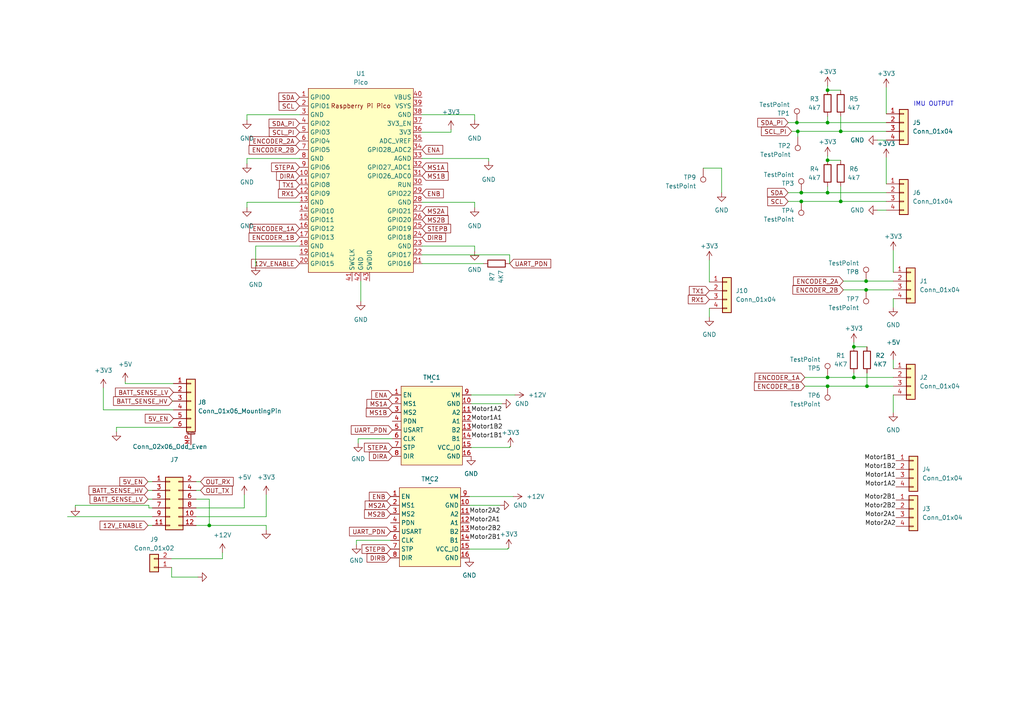
<source format=kicad_sch>
(kicad_sch (version 20230121) (generator eeschema)

  (uuid 1c88902a-6289-46f4-892b-bce613b9a5e6)

  (paper "A4")

  (title_block
    (title "Cacophony FYP E04 prototype 2")
    (company "FYP E04 ")
  )

  (lib_symbols
    (symbol "Connector:TestPoint" (pin_numbers hide) (pin_names (offset 0.762) hide) (in_bom yes) (on_board yes)
      (property "Reference" "TP" (at 0 6.858 0)
        (effects (font (size 1.27 1.27)))
      )
      (property "Value" "TestPoint" (at 0 5.08 0)
        (effects (font (size 1.27 1.27)))
      )
      (property "Footprint" "" (at 5.08 0 0)
        (effects (font (size 1.27 1.27)) hide)
      )
      (property "Datasheet" "~" (at 5.08 0 0)
        (effects (font (size 1.27 1.27)) hide)
      )
      (property "ki_keywords" "test point tp" (at 0 0 0)
        (effects (font (size 1.27 1.27)) hide)
      )
      (property "ki_description" "test point" (at 0 0 0)
        (effects (font (size 1.27 1.27)) hide)
      )
      (property "ki_fp_filters" "Pin* Test*" (at 0 0 0)
        (effects (font (size 1.27 1.27)) hide)
      )
      (symbol "TestPoint_0_1"
        (circle (center 0 3.302) (radius 0.762)
          (stroke (width 0) (type default))
          (fill (type none))
        )
      )
      (symbol "TestPoint_1_1"
        (pin passive line (at 0 0 90) (length 2.54)
          (name "1" (effects (font (size 1.27 1.27))))
          (number "1" (effects (font (size 1.27 1.27))))
        )
      )
    )
    (symbol "Connector_Generic:Conn_01x02" (pin_names (offset 1.016) hide) (in_bom yes) (on_board yes)
      (property "Reference" "J" (at 0 2.54 0)
        (effects (font (size 1.27 1.27)))
      )
      (property "Value" "Conn_01x02" (at 0 -5.08 0)
        (effects (font (size 1.27 1.27)))
      )
      (property "Footprint" "" (at 0 0 0)
        (effects (font (size 1.27 1.27)) hide)
      )
      (property "Datasheet" "~" (at 0 0 0)
        (effects (font (size 1.27 1.27)) hide)
      )
      (property "ki_keywords" "connector" (at 0 0 0)
        (effects (font (size 1.27 1.27)) hide)
      )
      (property "ki_description" "Generic connector, single row, 01x02, script generated (kicad-library-utils/schlib/autogen/connector/)" (at 0 0 0)
        (effects (font (size 1.27 1.27)) hide)
      )
      (property "ki_fp_filters" "Connector*:*_1x??_*" (at 0 0 0)
        (effects (font (size 1.27 1.27)) hide)
      )
      (symbol "Conn_01x02_1_1"
        (rectangle (start -1.27 -2.413) (end 0 -2.667)
          (stroke (width 0.1524) (type default))
          (fill (type none))
        )
        (rectangle (start -1.27 0.127) (end 0 -0.127)
          (stroke (width 0.1524) (type default))
          (fill (type none))
        )
        (rectangle (start -1.27 1.27) (end 1.27 -3.81)
          (stroke (width 0.254) (type default))
          (fill (type background))
        )
        (pin passive line (at -5.08 0 0) (length 3.81)
          (name "Pin_1" (effects (font (size 1.27 1.27))))
          (number "1" (effects (font (size 1.27 1.27))))
        )
        (pin passive line (at -5.08 -2.54 0) (length 3.81)
          (name "Pin_2" (effects (font (size 1.27 1.27))))
          (number "2" (effects (font (size 1.27 1.27))))
        )
      )
    )
    (symbol "Connector_Generic:Conn_01x04" (pin_names (offset 1.016) hide) (in_bom yes) (on_board yes)
      (property "Reference" "J" (at 0 5.08 0)
        (effects (font (size 1.27 1.27)))
      )
      (property "Value" "Conn_01x04" (at 0 -7.62 0)
        (effects (font (size 1.27 1.27)))
      )
      (property "Footprint" "" (at 0 0 0)
        (effects (font (size 1.27 1.27)) hide)
      )
      (property "Datasheet" "~" (at 0 0 0)
        (effects (font (size 1.27 1.27)) hide)
      )
      (property "ki_keywords" "connector" (at 0 0 0)
        (effects (font (size 1.27 1.27)) hide)
      )
      (property "ki_description" "Generic connector, single row, 01x04, script generated (kicad-library-utils/schlib/autogen/connector/)" (at 0 0 0)
        (effects (font (size 1.27 1.27)) hide)
      )
      (property "ki_fp_filters" "Connector*:*_1x??_*" (at 0 0 0)
        (effects (font (size 1.27 1.27)) hide)
      )
      (symbol "Conn_01x04_1_1"
        (rectangle (start -1.27 -4.953) (end 0 -5.207)
          (stroke (width 0.1524) (type default))
          (fill (type none))
        )
        (rectangle (start -1.27 -2.413) (end 0 -2.667)
          (stroke (width 0.1524) (type default))
          (fill (type none))
        )
        (rectangle (start -1.27 0.127) (end 0 -0.127)
          (stroke (width 0.1524) (type default))
          (fill (type none))
        )
        (rectangle (start -1.27 2.667) (end 0 2.413)
          (stroke (width 0.1524) (type default))
          (fill (type none))
        )
        (rectangle (start -1.27 3.81) (end 1.27 -6.35)
          (stroke (width 0.254) (type default))
          (fill (type background))
        )
        (pin passive line (at -5.08 2.54 0) (length 3.81)
          (name "Pin_1" (effects (font (size 1.27 1.27))))
          (number "1" (effects (font (size 1.27 1.27))))
        )
        (pin passive line (at -5.08 0 0) (length 3.81)
          (name "Pin_2" (effects (font (size 1.27 1.27))))
          (number "2" (effects (font (size 1.27 1.27))))
        )
        (pin passive line (at -5.08 -2.54 0) (length 3.81)
          (name "Pin_3" (effects (font (size 1.27 1.27))))
          (number "3" (effects (font (size 1.27 1.27))))
        )
        (pin passive line (at -5.08 -5.08 0) (length 3.81)
          (name "Pin_4" (effects (font (size 1.27 1.27))))
          (number "4" (effects (font (size 1.27 1.27))))
        )
      )
    )
    (symbol "Connector_Generic:Conn_02x06_Odd_Even" (pin_names (offset 1.016) hide) (in_bom yes) (on_board yes)
      (property "Reference" "J" (at 1.27 7.62 0)
        (effects (font (size 1.27 1.27)))
      )
      (property "Value" "Conn_02x06_Odd_Even" (at 1.27 -10.16 0)
        (effects (font (size 1.27 1.27)))
      )
      (property "Footprint" "" (at 0 0 0)
        (effects (font (size 1.27 1.27)) hide)
      )
      (property "Datasheet" "~" (at 0 0 0)
        (effects (font (size 1.27 1.27)) hide)
      )
      (property "ki_keywords" "connector" (at 0 0 0)
        (effects (font (size 1.27 1.27)) hide)
      )
      (property "ki_description" "Generic connector, double row, 02x06, odd/even pin numbering scheme (row 1 odd numbers, row 2 even numbers), script generated (kicad-library-utils/schlib/autogen/connector/)" (at 0 0 0)
        (effects (font (size 1.27 1.27)) hide)
      )
      (property "ki_fp_filters" "Connector*:*_2x??_*" (at 0 0 0)
        (effects (font (size 1.27 1.27)) hide)
      )
      (symbol "Conn_02x06_Odd_Even_1_1"
        (rectangle (start -1.27 -7.493) (end 0 -7.747)
          (stroke (width 0.1524) (type default))
          (fill (type none))
        )
        (rectangle (start -1.27 -4.953) (end 0 -5.207)
          (stroke (width 0.1524) (type default))
          (fill (type none))
        )
        (rectangle (start -1.27 -2.413) (end 0 -2.667)
          (stroke (width 0.1524) (type default))
          (fill (type none))
        )
        (rectangle (start -1.27 0.127) (end 0 -0.127)
          (stroke (width 0.1524) (type default))
          (fill (type none))
        )
        (rectangle (start -1.27 2.667) (end 0 2.413)
          (stroke (width 0.1524) (type default))
          (fill (type none))
        )
        (rectangle (start -1.27 5.207) (end 0 4.953)
          (stroke (width 0.1524) (type default))
          (fill (type none))
        )
        (rectangle (start -1.27 6.35) (end 3.81 -8.89)
          (stroke (width 0.254) (type default))
          (fill (type background))
        )
        (rectangle (start 3.81 -7.493) (end 2.54 -7.747)
          (stroke (width 0.1524) (type default))
          (fill (type none))
        )
        (rectangle (start 3.81 -4.953) (end 2.54 -5.207)
          (stroke (width 0.1524) (type default))
          (fill (type none))
        )
        (rectangle (start 3.81 -2.413) (end 2.54 -2.667)
          (stroke (width 0.1524) (type default))
          (fill (type none))
        )
        (rectangle (start 3.81 0.127) (end 2.54 -0.127)
          (stroke (width 0.1524) (type default))
          (fill (type none))
        )
        (rectangle (start 3.81 2.667) (end 2.54 2.413)
          (stroke (width 0.1524) (type default))
          (fill (type none))
        )
        (rectangle (start 3.81 5.207) (end 2.54 4.953)
          (stroke (width 0.1524) (type default))
          (fill (type none))
        )
        (pin passive line (at -5.08 5.08 0) (length 3.81)
          (name "Pin_1" (effects (font (size 1.27 1.27))))
          (number "1" (effects (font (size 1.27 1.27))))
        )
        (pin passive line (at 7.62 -5.08 180) (length 3.81)
          (name "Pin_10" (effects (font (size 1.27 1.27))))
          (number "10" (effects (font (size 1.27 1.27))))
        )
        (pin passive line (at -5.08 -7.62 0) (length 3.81)
          (name "Pin_11" (effects (font (size 1.27 1.27))))
          (number "11" (effects (font (size 1.27 1.27))))
        )
        (pin passive line (at 7.62 -7.62 180) (length 3.81)
          (name "Pin_12" (effects (font (size 1.27 1.27))))
          (number "12" (effects (font (size 1.27 1.27))))
        )
        (pin passive line (at 7.62 5.08 180) (length 3.81)
          (name "Pin_2" (effects (font (size 1.27 1.27))))
          (number "2" (effects (font (size 1.27 1.27))))
        )
        (pin passive line (at -5.08 2.54 0) (length 3.81)
          (name "Pin_3" (effects (font (size 1.27 1.27))))
          (number "3" (effects (font (size 1.27 1.27))))
        )
        (pin passive line (at 7.62 2.54 180) (length 3.81)
          (name "Pin_4" (effects (font (size 1.27 1.27))))
          (number "4" (effects (font (size 1.27 1.27))))
        )
        (pin passive line (at -5.08 0 0) (length 3.81)
          (name "Pin_5" (effects (font (size 1.27 1.27))))
          (number "5" (effects (font (size 1.27 1.27))))
        )
        (pin passive line (at 7.62 0 180) (length 3.81)
          (name "Pin_6" (effects (font (size 1.27 1.27))))
          (number "6" (effects (font (size 1.27 1.27))))
        )
        (pin passive line (at -5.08 -2.54 0) (length 3.81)
          (name "Pin_7" (effects (font (size 1.27 1.27))))
          (number "7" (effects (font (size 1.27 1.27))))
        )
        (pin passive line (at 7.62 -2.54 180) (length 3.81)
          (name "Pin_8" (effects (font (size 1.27 1.27))))
          (number "8" (effects (font (size 1.27 1.27))))
        )
        (pin passive line (at -5.08 -5.08 0) (length 3.81)
          (name "Pin_9" (effects (font (size 1.27 1.27))))
          (number "9" (effects (font (size 1.27 1.27))))
        )
      )
    )
    (symbol "Connector_Generic_MountingPin:Conn_01x06_MountingPin" (pin_names (offset 1.016) hide) (in_bom yes) (on_board yes)
      (property "Reference" "J" (at 0 7.62 0)
        (effects (font (size 1.27 1.27)))
      )
      (property "Value" "Conn_01x06_MountingPin" (at 1.27 -10.16 0)
        (effects (font (size 1.27 1.27)) (justify left))
      )
      (property "Footprint" "" (at 0 0 0)
        (effects (font (size 1.27 1.27)) hide)
      )
      (property "Datasheet" "~" (at 0 0 0)
        (effects (font (size 1.27 1.27)) hide)
      )
      (property "ki_keywords" "connector" (at 0 0 0)
        (effects (font (size 1.27 1.27)) hide)
      )
      (property "ki_description" "Generic connectable mounting pin connector, single row, 01x06, script generated (kicad-library-utils/schlib/autogen/connector/)" (at 0 0 0)
        (effects (font (size 1.27 1.27)) hide)
      )
      (property "ki_fp_filters" "Connector*:*_1x??-1MP*" (at 0 0 0)
        (effects (font (size 1.27 1.27)) hide)
      )
      (symbol "Conn_01x06_MountingPin_1_1"
        (rectangle (start -1.27 -7.493) (end 0 -7.747)
          (stroke (width 0.1524) (type default))
          (fill (type none))
        )
        (rectangle (start -1.27 -4.953) (end 0 -5.207)
          (stroke (width 0.1524) (type default))
          (fill (type none))
        )
        (rectangle (start -1.27 -2.413) (end 0 -2.667)
          (stroke (width 0.1524) (type default))
          (fill (type none))
        )
        (rectangle (start -1.27 0.127) (end 0 -0.127)
          (stroke (width 0.1524) (type default))
          (fill (type none))
        )
        (rectangle (start -1.27 2.667) (end 0 2.413)
          (stroke (width 0.1524) (type default))
          (fill (type none))
        )
        (rectangle (start -1.27 5.207) (end 0 4.953)
          (stroke (width 0.1524) (type default))
          (fill (type none))
        )
        (rectangle (start -1.27 6.35) (end 1.27 -8.89)
          (stroke (width 0.254) (type default))
          (fill (type background))
        )
        (polyline
          (pts
            (xy -1.016 -9.652)
            (xy 1.016 -9.652)
          )
          (stroke (width 0.1524) (type default))
          (fill (type none))
        )
        (text "Mounting" (at 0 -9.271 0)
          (effects (font (size 0.381 0.381)))
        )
        (pin passive line (at -5.08 5.08 0) (length 3.81)
          (name "Pin_1" (effects (font (size 1.27 1.27))))
          (number "1" (effects (font (size 1.27 1.27))))
        )
        (pin passive line (at -5.08 2.54 0) (length 3.81)
          (name "Pin_2" (effects (font (size 1.27 1.27))))
          (number "2" (effects (font (size 1.27 1.27))))
        )
        (pin passive line (at -5.08 0 0) (length 3.81)
          (name "Pin_3" (effects (font (size 1.27 1.27))))
          (number "3" (effects (font (size 1.27 1.27))))
        )
        (pin passive line (at -5.08 -2.54 0) (length 3.81)
          (name "Pin_4" (effects (font (size 1.27 1.27))))
          (number "4" (effects (font (size 1.27 1.27))))
        )
        (pin passive line (at -5.08 -5.08 0) (length 3.81)
          (name "Pin_5" (effects (font (size 1.27 1.27))))
          (number "5" (effects (font (size 1.27 1.27))))
        )
        (pin passive line (at -5.08 -7.62 0) (length 3.81)
          (name "Pin_6" (effects (font (size 1.27 1.27))))
          (number "6" (effects (font (size 1.27 1.27))))
        )
        (pin passive line (at 0 -12.7 90) (length 3.048)
          (name "MountPin" (effects (font (size 1.27 1.27))))
          (number "MP" (effects (font (size 1.27 1.27))))
        )
      )
    )
    (symbol "Device:R" (pin_numbers hide) (pin_names (offset 0)) (in_bom yes) (on_board yes)
      (property "Reference" "R" (at 2.032 0 90)
        (effects (font (size 1.27 1.27)))
      )
      (property "Value" "R" (at 0 0 90)
        (effects (font (size 1.27 1.27)))
      )
      (property "Footprint" "" (at -1.778 0 90)
        (effects (font (size 1.27 1.27)) hide)
      )
      (property "Datasheet" "~" (at 0 0 0)
        (effects (font (size 1.27 1.27)) hide)
      )
      (property "ki_keywords" "R res resistor" (at 0 0 0)
        (effects (font (size 1.27 1.27)) hide)
      )
      (property "ki_description" "Resistor" (at 0 0 0)
        (effects (font (size 1.27 1.27)) hide)
      )
      (property "ki_fp_filters" "R_*" (at 0 0 0)
        (effects (font (size 1.27 1.27)) hide)
      )
      (symbol "R_0_1"
        (rectangle (start -1.016 -2.54) (end 1.016 2.54)
          (stroke (width 0.254) (type default))
          (fill (type none))
        )
      )
      (symbol "R_1_1"
        (pin passive line (at 0 3.81 270) (length 1.27)
          (name "~" (effects (font (size 1.27 1.27))))
          (number "1" (effects (font (size 1.27 1.27))))
        )
        (pin passive line (at 0 -3.81 90) (length 1.27)
          (name "~" (effects (font (size 1.27 1.27))))
          (number "2" (effects (font (size 1.27 1.27))))
        )
      )
    )
    (symbol "MCU_RaspberryPi_and_Boards:Pico" (in_bom yes) (on_board yes)
      (property "Reference" "U" (at -13.97 27.94 0)
        (effects (font (size 1.27 1.27)))
      )
      (property "Value" "Pico" (at 0 19.05 0)
        (effects (font (size 1.27 1.27)))
      )
      (property "Footprint" "RPi_Pico:RPi_Pico_SMD_TH" (at 0 0 90)
        (effects (font (size 1.27 1.27)) hide)
      )
      (property "Datasheet" "" (at 0 0 0)
        (effects (font (size 1.27 1.27)) hide)
      )
      (symbol "Pico_0_0"
        (text "Raspberry Pi Pico" (at 0 21.59 0)
          (effects (font (size 1.27 1.27)))
        )
      )
      (symbol "Pico_0_1"
        (rectangle (start -15.24 26.67) (end 15.24 -26.67)
          (stroke (width 0) (type default))
          (fill (type background))
        )
      )
      (symbol "Pico_1_1"
        (pin bidirectional line (at -17.78 24.13 0) (length 2.54)
          (name "GPIO0" (effects (font (size 1.27 1.27))))
          (number "1" (effects (font (size 1.27 1.27))))
        )
        (pin bidirectional line (at -17.78 1.27 0) (length 2.54)
          (name "GPIO7" (effects (font (size 1.27 1.27))))
          (number "10" (effects (font (size 1.27 1.27))))
        )
        (pin bidirectional line (at -17.78 -1.27 0) (length 2.54)
          (name "GPIO8" (effects (font (size 1.27 1.27))))
          (number "11" (effects (font (size 1.27 1.27))))
        )
        (pin bidirectional line (at -17.78 -3.81 0) (length 2.54)
          (name "GPIO9" (effects (font (size 1.27 1.27))))
          (number "12" (effects (font (size 1.27 1.27))))
        )
        (pin power_in line (at -17.78 -6.35 0) (length 2.54)
          (name "GND" (effects (font (size 1.27 1.27))))
          (number "13" (effects (font (size 1.27 1.27))))
        )
        (pin bidirectional line (at -17.78 -8.89 0) (length 2.54)
          (name "GPIO10" (effects (font (size 1.27 1.27))))
          (number "14" (effects (font (size 1.27 1.27))))
        )
        (pin bidirectional line (at -17.78 -11.43 0) (length 2.54)
          (name "GPIO11" (effects (font (size 1.27 1.27))))
          (number "15" (effects (font (size 1.27 1.27))))
        )
        (pin bidirectional line (at -17.78 -13.97 0) (length 2.54)
          (name "GPIO12" (effects (font (size 1.27 1.27))))
          (number "16" (effects (font (size 1.27 1.27))))
        )
        (pin bidirectional line (at -17.78 -16.51 0) (length 2.54)
          (name "GPIO13" (effects (font (size 1.27 1.27))))
          (number "17" (effects (font (size 1.27 1.27))))
        )
        (pin power_in line (at -17.78 -19.05 0) (length 2.54)
          (name "GND" (effects (font (size 1.27 1.27))))
          (number "18" (effects (font (size 1.27 1.27))))
        )
        (pin bidirectional line (at -17.78 -21.59 0) (length 2.54)
          (name "GPIO14" (effects (font (size 1.27 1.27))))
          (number "19" (effects (font (size 1.27 1.27))))
        )
        (pin bidirectional line (at -17.78 21.59 0) (length 2.54)
          (name "GPIO1" (effects (font (size 1.27 1.27))))
          (number "2" (effects (font (size 1.27 1.27))))
        )
        (pin bidirectional line (at -17.78 -24.13 0) (length 2.54)
          (name "GPIO15" (effects (font (size 1.27 1.27))))
          (number "20" (effects (font (size 1.27 1.27))))
        )
        (pin bidirectional line (at 17.78 -24.13 180) (length 2.54)
          (name "GPIO16" (effects (font (size 1.27 1.27))))
          (number "21" (effects (font (size 1.27 1.27))))
        )
        (pin bidirectional line (at 17.78 -21.59 180) (length 2.54)
          (name "GPIO17" (effects (font (size 1.27 1.27))))
          (number "22" (effects (font (size 1.27 1.27))))
        )
        (pin power_in line (at 17.78 -19.05 180) (length 2.54)
          (name "GND" (effects (font (size 1.27 1.27))))
          (number "23" (effects (font (size 1.27 1.27))))
        )
        (pin bidirectional line (at 17.78 -16.51 180) (length 2.54)
          (name "GPIO18" (effects (font (size 1.27 1.27))))
          (number "24" (effects (font (size 1.27 1.27))))
        )
        (pin bidirectional line (at 17.78 -13.97 180) (length 2.54)
          (name "GPIO19" (effects (font (size 1.27 1.27))))
          (number "25" (effects (font (size 1.27 1.27))))
        )
        (pin bidirectional line (at 17.78 -11.43 180) (length 2.54)
          (name "GPIO20" (effects (font (size 1.27 1.27))))
          (number "26" (effects (font (size 1.27 1.27))))
        )
        (pin bidirectional line (at 17.78 -8.89 180) (length 2.54)
          (name "GPIO21" (effects (font (size 1.27 1.27))))
          (number "27" (effects (font (size 1.27 1.27))))
        )
        (pin power_in line (at 17.78 -6.35 180) (length 2.54)
          (name "GND" (effects (font (size 1.27 1.27))))
          (number "28" (effects (font (size 1.27 1.27))))
        )
        (pin bidirectional line (at 17.78 -3.81 180) (length 2.54)
          (name "GPIO22" (effects (font (size 1.27 1.27))))
          (number "29" (effects (font (size 1.27 1.27))))
        )
        (pin power_in line (at -17.78 19.05 0) (length 2.54)
          (name "GND" (effects (font (size 1.27 1.27))))
          (number "3" (effects (font (size 1.27 1.27))))
        )
        (pin input line (at 17.78 -1.27 180) (length 2.54)
          (name "RUN" (effects (font (size 1.27 1.27))))
          (number "30" (effects (font (size 1.27 1.27))))
        )
        (pin bidirectional line (at 17.78 1.27 180) (length 2.54)
          (name "GPIO26_ADC0" (effects (font (size 1.27 1.27))))
          (number "31" (effects (font (size 1.27 1.27))))
        )
        (pin bidirectional line (at 17.78 3.81 180) (length 2.54)
          (name "GPIO27_ADC1" (effects (font (size 1.27 1.27))))
          (number "32" (effects (font (size 1.27 1.27))))
        )
        (pin power_in line (at 17.78 6.35 180) (length 2.54)
          (name "AGND" (effects (font (size 1.27 1.27))))
          (number "33" (effects (font (size 1.27 1.27))))
        )
        (pin bidirectional line (at 17.78 8.89 180) (length 2.54)
          (name "GPIO28_ADC2" (effects (font (size 1.27 1.27))))
          (number "34" (effects (font (size 1.27 1.27))))
        )
        (pin power_in line (at 17.78 11.43 180) (length 2.54)
          (name "ADC_VREF" (effects (font (size 1.27 1.27))))
          (number "35" (effects (font (size 1.27 1.27))))
        )
        (pin power_in line (at 17.78 13.97 180) (length 2.54)
          (name "3V3" (effects (font (size 1.27 1.27))))
          (number "36" (effects (font (size 1.27 1.27))))
        )
        (pin input line (at 17.78 16.51 180) (length 2.54)
          (name "3V3_EN" (effects (font (size 1.27 1.27))))
          (number "37" (effects (font (size 1.27 1.27))))
        )
        (pin bidirectional line (at 17.78 19.05 180) (length 2.54)
          (name "GND" (effects (font (size 1.27 1.27))))
          (number "38" (effects (font (size 1.27 1.27))))
        )
        (pin power_in line (at 17.78 21.59 180) (length 2.54)
          (name "VSYS" (effects (font (size 1.27 1.27))))
          (number "39" (effects (font (size 1.27 1.27))))
        )
        (pin bidirectional line (at -17.78 16.51 0) (length 2.54)
          (name "GPIO2" (effects (font (size 1.27 1.27))))
          (number "4" (effects (font (size 1.27 1.27))))
        )
        (pin power_in line (at 17.78 24.13 180) (length 2.54)
          (name "VBUS" (effects (font (size 1.27 1.27))))
          (number "40" (effects (font (size 1.27 1.27))))
        )
        (pin input line (at -2.54 -29.21 90) (length 2.54)
          (name "SWCLK" (effects (font (size 1.27 1.27))))
          (number "41" (effects (font (size 1.27 1.27))))
        )
        (pin power_in line (at 0 -29.21 90) (length 2.54)
          (name "GND" (effects (font (size 1.27 1.27))))
          (number "42" (effects (font (size 1.27 1.27))))
        )
        (pin bidirectional line (at 2.54 -29.21 90) (length 2.54)
          (name "SWDIO" (effects (font (size 1.27 1.27))))
          (number "43" (effects (font (size 1.27 1.27))))
        )
        (pin bidirectional line (at -17.78 13.97 0) (length 2.54)
          (name "GPIO3" (effects (font (size 1.27 1.27))))
          (number "5" (effects (font (size 1.27 1.27))))
        )
        (pin bidirectional line (at -17.78 11.43 0) (length 2.54)
          (name "GPIO4" (effects (font (size 1.27 1.27))))
          (number "6" (effects (font (size 1.27 1.27))))
        )
        (pin bidirectional line (at -17.78 8.89 0) (length 2.54)
          (name "GPIO5" (effects (font (size 1.27 1.27))))
          (number "7" (effects (font (size 1.27 1.27))))
        )
        (pin power_in line (at -17.78 6.35 0) (length 2.54)
          (name "GND" (effects (font (size 1.27 1.27))))
          (number "8" (effects (font (size 1.27 1.27))))
        )
        (pin bidirectional line (at -17.78 3.81 0) (length 2.54)
          (name "GPIO6" (effects (font (size 1.27 1.27))))
          (number "9" (effects (font (size 1.27 1.27))))
        )
      )
    )
    (symbol "TMC2209_2" (in_bom yes) (on_board yes)
      (property "Reference" "TMC1" (at 0 1.27 0)
        (effects (font (size 1.27 1.27)))
      )
      (property "Value" "~" (at 0 0 0)
        (effects (font (size 1.27 1.27)))
      )
      (property "Footprint" "TMC2209_SILENTSTEPSTICK:MODULE_TMC2209_SILENTSTEPSTICK" (at 0 0 0)
        (effects (font (size 1.27 1.27)) hide)
      )
      (property "Datasheet" "" (at 0 0 0)
        (effects (font (size 1.27 1.27)) hide)
      )
      (symbol "TMC2209_2_1_1"
        (rectangle (start -8.89 -1.27) (end 8.89 -24.13)
          (stroke (width 0) (type default))
          (fill (type background))
        )
        (pin input line (at -11.43 -3.81 0) (length 2.54)
          (name "EN" (effects (font (size 1.27 1.27))))
          (number "1" (effects (font (size 1.27 1.27))))
        )
        (pin power_in line (at 11.43 -6.35 180) (length 2.54)
          (name "GND" (effects (font (size 1.27 1.27))))
          (number "10" (effects (font (size 1.27 1.27))))
        )
        (pin output line (at 11.43 -8.89 180) (length 2.54)
          (name "A2" (effects (font (size 1.27 1.27))))
          (number "11" (effects (font (size 1.27 1.27))))
        )
        (pin input line (at 11.43 -11.43 180) (length 2.54)
          (name "A1" (effects (font (size 1.27 1.27))))
          (number "12" (effects (font (size 1.27 1.27))))
        )
        (pin output line (at 11.43 -13.97 180) (length 2.54)
          (name "B2" (effects (font (size 1.27 1.27))))
          (number "13" (effects (font (size 1.27 1.27))))
        )
        (pin output line (at 11.43 -16.51 180) (length 2.54)
          (name "B1" (effects (font (size 1.27 1.27))))
          (number "14" (effects (font (size 1.27 1.27))))
        )
        (pin input line (at 11.43 -19.05 180) (length 2.54)
          (name "VCC_IO" (effects (font (size 1.27 1.27))))
          (number "15" (effects (font (size 1.27 1.27))))
        )
        (pin input line (at 11.43 -21.59 180) (length 2.54)
          (name "GND" (effects (font (size 1.27 1.27))))
          (number "16" (effects (font (size 1.27 1.27))))
        )
        (pin input line (at -11.43 -6.35 0) (length 2.54)
          (name "MS1" (effects (font (size 1.27 1.27))))
          (number "2" (effects (font (size 1.27 1.27))))
        )
        (pin output line (at -11.43 -8.89 0) (length 2.54)
          (name "MS2" (effects (font (size 1.27 1.27))))
          (number "3" (effects (font (size 1.27 1.27))))
        )
        (pin output line (at -11.43 -11.43 0) (length 2.54)
          (name "PDN" (effects (font (size 1.27 1.27))))
          (number "4" (effects (font (size 1.27 1.27))))
        )
        (pin output line (at -11.43 -13.97 0) (length 2.54)
          (name "USART" (effects (font (size 1.27 1.27))))
          (number "5" (effects (font (size 1.27 1.27))))
        )
        (pin output line (at -11.43 -16.51 0) (length 2.54)
          (name "CLK" (effects (font (size 1.27 1.27))))
          (number "6" (effects (font (size 1.27 1.27))))
        )
        (pin input line (at -11.43 -19.05 0) (length 2.54)
          (name "STP" (effects (font (size 1.27 1.27))))
          (number "7" (effects (font (size 1.27 1.27))))
        )
        (pin input line (at -11.43 -21.59 0) (length 2.54)
          (name "DIR" (effects (font (size 1.27 1.27))))
          (number "8" (effects (font (size 1.27 1.27))))
        )
        (pin power_in line (at 11.43 -3.81 180) (length 2.54)
          (name "VM" (effects (font (size 1.27 1.27))))
          (number "9" (effects (font (size 1.27 1.27))))
        )
      )
    )
    (symbol "power:+12V" (power) (pin_names (offset 0)) (in_bom yes) (on_board yes)
      (property "Reference" "#PWR" (at 0 -3.81 0)
        (effects (font (size 1.27 1.27)) hide)
      )
      (property "Value" "+12V" (at 0 3.556 0)
        (effects (font (size 1.27 1.27)))
      )
      (property "Footprint" "" (at 0 0 0)
        (effects (font (size 1.27 1.27)) hide)
      )
      (property "Datasheet" "" (at 0 0 0)
        (effects (font (size 1.27 1.27)) hide)
      )
      (property "ki_keywords" "global power" (at 0 0 0)
        (effects (font (size 1.27 1.27)) hide)
      )
      (property "ki_description" "Power symbol creates a global label with name \"+12V\"" (at 0 0 0)
        (effects (font (size 1.27 1.27)) hide)
      )
      (symbol "+12V_0_1"
        (polyline
          (pts
            (xy -0.762 1.27)
            (xy 0 2.54)
          )
          (stroke (width 0) (type default))
          (fill (type none))
        )
        (polyline
          (pts
            (xy 0 0)
            (xy 0 2.54)
          )
          (stroke (width 0) (type default))
          (fill (type none))
        )
        (polyline
          (pts
            (xy 0 2.54)
            (xy 0.762 1.27)
          )
          (stroke (width 0) (type default))
          (fill (type none))
        )
      )
      (symbol "+12V_1_1"
        (pin power_in line (at 0 0 90) (length 0) hide
          (name "+12V" (effects (font (size 1.27 1.27))))
          (number "1" (effects (font (size 1.27 1.27))))
        )
      )
    )
    (symbol "power:+3V3" (power) (pin_names (offset 0)) (in_bom yes) (on_board yes)
      (property "Reference" "#PWR" (at 0 -3.81 0)
        (effects (font (size 1.27 1.27)) hide)
      )
      (property "Value" "+3V3" (at 0 3.556 0)
        (effects (font (size 1.27 1.27)))
      )
      (property "Footprint" "" (at 0 0 0)
        (effects (font (size 1.27 1.27)) hide)
      )
      (property "Datasheet" "" (at 0 0 0)
        (effects (font (size 1.27 1.27)) hide)
      )
      (property "ki_keywords" "global power" (at 0 0 0)
        (effects (font (size 1.27 1.27)) hide)
      )
      (property "ki_description" "Power symbol creates a global label with name \"+3V3\"" (at 0 0 0)
        (effects (font (size 1.27 1.27)) hide)
      )
      (symbol "+3V3_0_1"
        (polyline
          (pts
            (xy -0.762 1.27)
            (xy 0 2.54)
          )
          (stroke (width 0) (type default))
          (fill (type none))
        )
        (polyline
          (pts
            (xy 0 0)
            (xy 0 2.54)
          )
          (stroke (width 0) (type default))
          (fill (type none))
        )
        (polyline
          (pts
            (xy 0 2.54)
            (xy 0.762 1.27)
          )
          (stroke (width 0) (type default))
          (fill (type none))
        )
      )
      (symbol "+3V3_1_1"
        (pin power_in line (at 0 0 90) (length 0) hide
          (name "+3V3" (effects (font (size 1.27 1.27))))
          (number "1" (effects (font (size 1.27 1.27))))
        )
      )
    )
    (symbol "power:+5V" (power) (pin_names (offset 0)) (in_bom yes) (on_board yes)
      (property "Reference" "#PWR" (at 0 -3.81 0)
        (effects (font (size 1.27 1.27)) hide)
      )
      (property "Value" "+5V" (at 0 3.556 0)
        (effects (font (size 1.27 1.27)))
      )
      (property "Footprint" "" (at 0 0 0)
        (effects (font (size 1.27 1.27)) hide)
      )
      (property "Datasheet" "" (at 0 0 0)
        (effects (font (size 1.27 1.27)) hide)
      )
      (property "ki_keywords" "global power" (at 0 0 0)
        (effects (font (size 1.27 1.27)) hide)
      )
      (property "ki_description" "Power symbol creates a global label with name \"+5V\"" (at 0 0 0)
        (effects (font (size 1.27 1.27)) hide)
      )
      (symbol "+5V_0_1"
        (polyline
          (pts
            (xy -0.762 1.27)
            (xy 0 2.54)
          )
          (stroke (width 0) (type default))
          (fill (type none))
        )
        (polyline
          (pts
            (xy 0 0)
            (xy 0 2.54)
          )
          (stroke (width 0) (type default))
          (fill (type none))
        )
        (polyline
          (pts
            (xy 0 2.54)
            (xy 0.762 1.27)
          )
          (stroke (width 0) (type default))
          (fill (type none))
        )
      )
      (symbol "+5V_1_1"
        (pin power_in line (at 0 0 90) (length 0) hide
          (name "+5V" (effects (font (size 1.27 1.27))))
          (number "1" (effects (font (size 1.27 1.27))))
        )
      )
    )
    (symbol "power:GND" (power) (pin_names (offset 0)) (in_bom yes) (on_board yes)
      (property "Reference" "#PWR" (at 0 -6.35 0)
        (effects (font (size 1.27 1.27)) hide)
      )
      (property "Value" "GND" (at 0 -3.81 0)
        (effects (font (size 1.27 1.27)))
      )
      (property "Footprint" "" (at 0 0 0)
        (effects (font (size 1.27 1.27)) hide)
      )
      (property "Datasheet" "" (at 0 0 0)
        (effects (font (size 1.27 1.27)) hide)
      )
      (property "ki_keywords" "global power" (at 0 0 0)
        (effects (font (size 1.27 1.27)) hide)
      )
      (property "ki_description" "Power symbol creates a global label with name \"GND\" , ground" (at 0 0 0)
        (effects (font (size 1.27 1.27)) hide)
      )
      (symbol "GND_0_1"
        (polyline
          (pts
            (xy 0 0)
            (xy 0 -1.27)
            (xy 1.27 -1.27)
            (xy 0 -2.54)
            (xy -1.27 -1.27)
            (xy 0 -1.27)
          )
          (stroke (width 0) (type default))
          (fill (type none))
        )
      )
      (symbol "GND_1_1"
        (pin power_in line (at 0 0 270) (length 0) hide
          (name "GND" (effects (font (size 1.27 1.27))))
          (number "1" (effects (font (size 1.27 1.27))))
        )
      )
    )
  )

  (junction (at 243.84 38.1) (diameter 0) (color 0 0 0 0)
    (uuid 27a641f4-8264-494b-8866-0e756de9edbb)
  )
  (junction (at 240.03 35.56) (diameter 0) (color 0 0 0 0)
    (uuid 4be3bbf0-79c2-4300-8441-a9838fe1ab23)
  )
  (junction (at 232.41 58.42) (diameter 0) (color 0 0 0 0)
    (uuid 56bdf33e-279f-4212-aadd-5ee342391e7d)
  )
  (junction (at 247.65 100.584) (diameter 0) (color 0 0 0 0)
    (uuid 5d632314-0a2d-4848-beee-db635da671b3)
  )
  (junction (at 240.03 112.014) (diameter 0) (color 0 0 0 0)
    (uuid 6287d38f-5ad0-43c4-80f0-cdd321ce8287)
  )
  (junction (at 231.394 38.1) (diameter 0) (color 0 0 0 0)
    (uuid 641c93d0-94d4-493c-9256-fdf6cb74bdab)
  )
  (junction (at 251.206 81.534) (diameter 0) (color 0 0 0 0)
    (uuid 894ec16b-bb95-4c54-beae-c34004164ecf)
  )
  (junction (at 247.65 109.474) (diameter 0) (color 0 0 0 0)
    (uuid 89a0dcbe-0771-4c20-923f-9dd926eb959d)
  )
  (junction (at 240.03 55.88) (diameter 0) (color 0 0 0 0)
    (uuid 9bfe3f95-501c-4837-91cb-9f8ca517767f)
  )
  (junction (at 240.03 26.162) (diameter 0) (color 0 0 0 0)
    (uuid a3fcce11-ee6b-4cec-ac0a-12c48d654b72)
  )
  (junction (at 232.41 55.88) (diameter 0) (color 0 0 0 0)
    (uuid afd08292-653a-4a31-bf29-c87888ca22ec)
  )
  (junction (at 240.03 109.474) (diameter 0) (color 0 0 0 0)
    (uuid b04c92e6-2fa3-4eaf-b793-29917f6c63ab)
  )
  (junction (at 243.84 58.42) (diameter 0) (color 0 0 0 0)
    (uuid bb321cb2-4322-4454-afd1-0c9aa738cef2)
  )
  (junction (at 251.46 112.014) (diameter 0) (color 0 0 0 0)
    (uuid cbe7a4be-ece1-41a1-a676-e5c3eb15ddee)
  )
  (junction (at 240.03 46.482) (diameter 0) (color 0 0 0 0)
    (uuid e817c4ef-bdb5-4b7e-80c9-b52043ff4835)
  )
  (junction (at 251.206 84.074) (diameter 0) (color 0 0 0 0)
    (uuid e9090c48-8738-40f4-81b3-b4de487c99e7)
  )
  (junction (at 60.706 152.4) (diameter 0) (color 0 0 0 0)
    (uuid f6bb0491-8744-4beb-9144-b90247a606b9)
  )
  (junction (at 231.14 35.56) (diameter 0) (color 0 0 0 0)
    (uuid fd2fcb6b-4fed-4608-afb0-7f97656ab3ff)
  )

  (wire (pts (xy 251.46 108.204) (xy 251.46 112.014))
    (stroke (width 0) (type default))
    (uuid 0063b978-f21c-4063-bab0-4d521fe1ca51)
  )
  (wire (pts (xy 21.844 146.558) (xy 43.18 146.558))
    (stroke (width 0) (type default))
    (uuid 08104faf-255f-4fdb-a08e-31e1a4b83c50)
  )
  (wire (pts (xy 21.844 146.558) (xy 21.844 147.066))
    (stroke (width 0) (type default))
    (uuid 0cb47b71-d626-4284-942c-3cc0dc6b9f1f)
  )
  (wire (pts (xy 137.668 60.198) (xy 137.668 58.674))
    (stroke (width 0) (type default))
    (uuid 0f2f9013-bc7e-4549-ac5d-95227d5db548)
  )
  (wire (pts (xy 240.03 54.102) (xy 240.03 55.88))
    (stroke (width 0) (type default))
    (uuid 11f446fa-f1b0-4373-8cb7-11797c55ffc4)
  )
  (wire (pts (xy 203.962 48.768) (xy 209.296 48.768))
    (stroke (width 0) (type default))
    (uuid 12283764-69cb-4a74-9260-6c6b84424e4e)
  )
  (wire (pts (xy 243.84 33.782) (xy 243.84 38.1))
    (stroke (width 0) (type default))
    (uuid 13909590-debc-463d-b8a3-992e72026c9b)
  )
  (wire (pts (xy 231.394 38.1) (xy 231.394 39.624))
    (stroke (width 0) (type default))
    (uuid 189287b8-5bab-4710-a2ba-5fa53f680a2e)
  )
  (wire (pts (xy 71.628 47.498) (xy 71.628 45.974))
    (stroke (width 0) (type default))
    (uuid 18c49946-7130-4304-ac98-5361b109a49f)
  )
  (wire (pts (xy 64.516 162.052) (xy 64.516 160.274))
    (stroke (width 0) (type default))
    (uuid 1b23681e-e9f9-417b-a84d-aed06958a887)
  )
  (wire (pts (xy 77.216 152.4) (xy 60.706 152.4))
    (stroke (width 0) (type default))
    (uuid 1c2160ff-92e1-4092-873c-2dfb5224a54e)
  )
  (wire (pts (xy 147.32 159.258) (xy 136.144 159.258))
    (stroke (width 0) (type default))
    (uuid 1c66f0b9-3b0c-4215-84b9-d94f2cf27464)
  )
  (wire (pts (xy 19.558 149.86) (xy 44.196 149.86))
    (stroke (width 0) (type default))
    (uuid 1eeb1c50-5cf3-4af2-9f49-7a25c6d82ab2)
  )
  (wire (pts (xy 247.65 108.204) (xy 247.65 109.474))
    (stroke (width 0) (type default))
    (uuid 23d28a99-187e-4731-9e0a-aa03dbbd4181)
  )
  (wire (pts (xy 251.206 81.534) (xy 259.08 81.534))
    (stroke (width 0) (type default))
    (uuid 278b1d8d-99c8-43ce-844f-8d21200d5df2)
  )
  (wire (pts (xy 229.616 38.1) (xy 231.394 38.1))
    (stroke (width 0) (type default))
    (uuid 27f243bc-9d18-4855-8806-6bddcfbde066)
  )
  (wire (pts (xy 29.972 118.872) (xy 50.292 118.872))
    (stroke (width 0) (type default))
    (uuid 2a37b13f-6add-43be-8f14-c63a9cce1ca0)
  )
  (wire (pts (xy 228.6 55.88) (xy 232.41 55.88))
    (stroke (width 0) (type default))
    (uuid 2fb5b87e-a797-425c-b0ba-ba6785f9640c)
  )
  (wire (pts (xy 149.352 114.554) (xy 136.652 114.554))
    (stroke (width 0) (type default))
    (uuid 354e64a1-7cd3-4ced-b165-8c6321b6722d)
  )
  (wire (pts (xy 113.284 156.718) (xy 103.378 156.718))
    (stroke (width 0) (type default))
    (uuid 3893d793-9c92-424c-baab-5090821c9040)
  )
  (wire (pts (xy 130.81 37.592) (xy 130.81 38.354))
    (stroke (width 0) (type default))
    (uuid 3a6e0058-8278-47ce-922a-a40bbf987af2)
  )
  (wire (pts (xy 137.668 33.274) (xy 122.428 33.274))
    (stroke (width 0) (type default))
    (uuid 3e2d2ba9-271e-4901-8222-238041b0cf97)
  )
  (wire (pts (xy 122.428 38.354) (xy 130.81 38.354))
    (stroke (width 0) (type default))
    (uuid 3ff1d0e4-5c90-4b03-9de8-a6119656900a)
  )
  (wire (pts (xy 33.782 123.952) (xy 33.782 125.222))
    (stroke (width 0) (type default))
    (uuid 40c907b2-58da-4c4a-8531-91a1bcd81e45)
  )
  (wire (pts (xy 113.792 127.254) (xy 103.886 127.254))
    (stroke (width 0) (type default))
    (uuid 42c9f54b-67c6-47fb-993d-897150450a4e)
  )
  (wire (pts (xy 240.03 33.782) (xy 240.03 35.56))
    (stroke (width 0) (type default))
    (uuid 42f8c048-ac4c-4780-9a9b-6c88e1a8f99d)
  )
  (wire (pts (xy 43.18 146.558) (xy 43.18 147.32))
    (stroke (width 0) (type default))
    (uuid 43228b0b-fc0b-432c-8b40-f8014b67c437)
  )
  (wire (pts (xy 243.84 58.42) (xy 257.048 58.42))
    (stroke (width 0) (type default))
    (uuid 46b34bfc-4fb7-43fb-b9d5-2aa4620cb89a)
  )
  (wire (pts (xy 42.926 139.7) (xy 44.196 139.7))
    (stroke (width 0) (type default))
    (uuid 4b0ef083-6589-4ea1-b8c3-6bc567500028)
  )
  (wire (pts (xy 231.394 38.1) (xy 243.84 38.1))
    (stroke (width 0) (type default))
    (uuid 4c626093-7002-46e3-9a1a-1762534e41bd)
  )
  (wire (pts (xy 259.08 114.554) (xy 259.08 119.634))
    (stroke (width 0) (type default))
    (uuid 4d0815ed-a4af-47d1-9c08-2bc3da593af6)
  )
  (wire (pts (xy 251.206 84.074) (xy 259.08 84.074))
    (stroke (width 0) (type default))
    (uuid 500c6b86-dc45-472b-af2a-22a9f0b1d6ab)
  )
  (wire (pts (xy 244.602 81.534) (xy 251.206 81.534))
    (stroke (width 0) (type default))
    (uuid 52ed552a-91b4-42ce-a46d-0849c1ba3469)
  )
  (wire (pts (xy 251.46 112.014) (xy 259.08 112.014))
    (stroke (width 0) (type default))
    (uuid 5362cda3-65b9-47d2-b5e0-56b3cb30470a)
  )
  (wire (pts (xy 228.6 58.42) (xy 232.41 58.42))
    (stroke (width 0) (type default))
    (uuid 53a500c5-cc6a-4e0f-b83f-81219c8ff250)
  )
  (wire (pts (xy 240.03 35.56) (xy 257.048 35.56))
    (stroke (width 0) (type default))
    (uuid 54f73a97-c9cd-4e40-bf34-5a8e34a62016)
  )
  (wire (pts (xy 240.03 55.88) (xy 257.048 55.88))
    (stroke (width 0) (type default))
    (uuid 5507de6c-1739-4ad7-a4d7-a77e22aae7fe)
  )
  (wire (pts (xy 71.628 58.674) (xy 86.868 58.674))
    (stroke (width 0) (type default))
    (uuid 5913b4f4-d184-44a8-b373-2da81e7ffc07)
  )
  (wire (pts (xy 58.166 139.7) (xy 56.896 139.7))
    (stroke (width 0) (type default))
    (uuid 5b996e86-a210-419f-b53a-2be345779f43)
  )
  (wire (pts (xy 70.866 143.51) (xy 70.866 147.32))
    (stroke (width 0) (type default))
    (uuid 5dee87ee-0723-4829-a509-3f8a160a7a12)
  )
  (wire (pts (xy 137.668 72.898) (xy 137.668 71.374))
    (stroke (width 0) (type default))
    (uuid 62ead0c5-640b-4ffd-9f90-b7139be71b63)
  )
  (wire (pts (xy 49.784 167.386) (xy 49.784 164.592))
    (stroke (width 0) (type default))
    (uuid 67faadd6-490e-4c65-9b9f-70b01ce364a5)
  )
  (wire (pts (xy 205.74 75.438) (xy 205.74 81.788))
    (stroke (width 0) (type default))
    (uuid 682bb0ce-779a-4c7e-a517-016e0a7b7ace)
  )
  (wire (pts (xy 74.168 71.374) (xy 74.168 77.216))
    (stroke (width 0) (type default))
    (uuid 6afdb0df-7171-46d3-83e2-4dbc77fb5a5c)
  )
  (wire (pts (xy 259.08 86.614) (xy 259.08 89.154))
    (stroke (width 0) (type default))
    (uuid 705c5496-8268-45d9-bea5-790c3d87b979)
  )
  (wire (pts (xy 137.668 34.798) (xy 137.668 33.274))
    (stroke (width 0) (type default))
    (uuid 732fb4cc-64af-4f21-8976-9fc64fbb1fb8)
  )
  (wire (pts (xy 29.972 118.872) (xy 29.972 112.522))
    (stroke (width 0) (type default))
    (uuid 762cfd5d-4be1-4dce-a956-d9a5256e499c)
  )
  (wire (pts (xy 147.828 129.794) (xy 136.652 129.794))
    (stroke (width 0) (type default))
    (uuid 7709b16b-689b-47a9-bf26-ac81388710bb)
  )
  (wire (pts (xy 137.668 58.674) (xy 122.428 58.674))
    (stroke (width 0) (type default))
    (uuid 77ba5993-c3b6-4951-a7af-ebbd418b48f6)
  )
  (wire (pts (xy 244.602 84.074) (xy 251.206 84.074))
    (stroke (width 0) (type default))
    (uuid 78d4958b-bd79-448a-9c50-529088ed0f4f)
  )
  (wire (pts (xy 104.648 81.534) (xy 104.648 87.376))
    (stroke (width 0) (type default))
    (uuid 7a22eabc-783c-4ea3-86ec-64cd88fab9d8)
  )
  (wire (pts (xy 103.378 156.718) (xy 103.378 157.988))
    (stroke (width 0) (type default))
    (uuid 808a8a5b-efb2-47d3-8384-dfae01d97a30)
  )
  (wire (pts (xy 136.652 117.094) (xy 145.542 117.094))
    (stroke (width 0) (type default))
    (uuid 854edd1e-0c32-437a-916f-2752f184bb15)
  )
  (wire (pts (xy 254.508 60.96) (xy 257.048 60.96))
    (stroke (width 0) (type default))
    (uuid 865836a5-4597-472e-ba07-b5b6396216b6)
  )
  (wire (pts (xy 243.84 54.102) (xy 243.84 58.42))
    (stroke (width 0) (type default))
    (uuid 86c9663d-8b7b-461b-ae18-a2f294b35d89)
  )
  (wire (pts (xy 254.508 40.64) (xy 257.048 40.64))
    (stroke (width 0) (type default))
    (uuid 8816c31b-d3e7-49fa-af7b-32406a44e6a2)
  )
  (wire (pts (xy 240.03 24.892) (xy 240.03 26.162))
    (stroke (width 0) (type default))
    (uuid 892d0202-d2ff-4f0a-b4ce-9f15cc8b03e8)
  )
  (wire (pts (xy 232.41 58.42) (xy 243.84 58.42))
    (stroke (width 0) (type default))
    (uuid 8b4e77e5-d9a7-4a4f-9c24-83fa4e42077d)
  )
  (wire (pts (xy 141.732 45.974) (xy 122.428 45.974))
    (stroke (width 0) (type default))
    (uuid 8cbffc37-0a6e-4162-8aec-6b4103868c90)
  )
  (wire (pts (xy 42.926 142.24) (xy 44.196 142.24))
    (stroke (width 0) (type default))
    (uuid 8e0fa7ed-9417-4c41-a35a-44475be8e42a)
  )
  (wire (pts (xy 228.6 35.56) (xy 231.14 35.56))
    (stroke (width 0) (type default))
    (uuid 8e30df0a-750c-41de-99be-01a0b95db55e)
  )
  (wire (pts (xy 43.18 147.32) (xy 44.196 147.32))
    (stroke (width 0) (type default))
    (uuid 8f98b1f5-dd3a-4be1-b5de-dee6eb97ad0c)
  )
  (wire (pts (xy 56.896 152.4) (xy 60.706 152.4))
    (stroke (width 0) (type default))
    (uuid 911e05ba-b650-4ac2-876e-ce7c2237bad7)
  )
  (wire (pts (xy 49.784 167.386) (xy 57.404 167.386))
    (stroke (width 0) (type default))
    (uuid 91a22944-fd77-4e60-8d59-01efeca5f63e)
  )
  (wire (pts (xy 240.03 26.162) (xy 243.84 26.162))
    (stroke (width 0) (type default))
    (uuid 91b8c02a-9606-4252-aed1-399c29e494d5)
  )
  (wire (pts (xy 56.896 147.32) (xy 70.866 147.32))
    (stroke (width 0) (type default))
    (uuid 958d246e-70ad-4aec-8b20-c88d2c55976e)
  )
  (wire (pts (xy 240.03 46.482) (xy 243.84 46.482))
    (stroke (width 0) (type default))
    (uuid 9894e479-c3bf-47ce-8359-633d08e11942)
  )
  (wire (pts (xy 74.168 71.374) (xy 86.868 71.374))
    (stroke (width 0) (type default))
    (uuid 99047a27-46b6-44e1-835c-d00753c1c795)
  )
  (wire (pts (xy 33.782 123.952) (xy 50.292 123.952))
    (stroke (width 0) (type default))
    (uuid 9948e675-bd32-4ffe-ab23-047af23efbbb)
  )
  (wire (pts (xy 231.14 35.56) (xy 240.03 35.56))
    (stroke (width 0) (type default))
    (uuid 998eb288-bd57-4f04-8cbc-8b523a7ca902)
  )
  (wire (pts (xy 42.926 152.4) (xy 44.196 152.4))
    (stroke (width 0) (type default))
    (uuid 9a71fd38-b9f6-4f73-a1e4-252014c7fc7f)
  )
  (wire (pts (xy 240.03 109.474) (xy 247.65 109.474))
    (stroke (width 0) (type default))
    (uuid 9b325826-157f-4310-934e-05b74884a00c)
  )
  (wire (pts (xy 71.628 60.198) (xy 71.628 58.674))
    (stroke (width 0) (type default))
    (uuid 9b6c6fad-c44a-40e4-8aa3-511beee16cc1)
  )
  (wire (pts (xy 137.668 71.374) (xy 122.428 71.374))
    (stroke (width 0) (type default))
    (uuid 9cedc3c5-3cb0-4cd1-b555-b3bdcdae5cc2)
  )
  (wire (pts (xy 247.65 100.584) (xy 251.46 100.584))
    (stroke (width 0) (type default))
    (uuid a164d70e-9c3d-4c44-bb5c-1e0e574d8e71)
  )
  (wire (pts (xy 136.144 146.558) (xy 145.034 146.558))
    (stroke (width 0) (type default))
    (uuid a2072f1f-4507-475b-aa2c-03b4458871ed)
  )
  (wire (pts (xy 42.926 144.78) (xy 44.196 144.78))
    (stroke (width 0) (type default))
    (uuid a973a5ea-96ce-4972-b0b0-5c7f7b63905b)
  )
  (wire (pts (xy 71.628 33.274) (xy 86.868 33.274))
    (stroke (width 0) (type default))
    (uuid b0ee0366-0a4f-4f9b-9b6e-6c51c9871c94)
  )
  (wire (pts (xy 122.428 73.914) (xy 147.828 73.914))
    (stroke (width 0) (type default))
    (uuid b1723765-b3e8-43ae-8fb9-0910a2cde409)
  )
  (wire (pts (xy 147.828 76.454) (xy 147.828 73.914))
    (stroke (width 0) (type default))
    (uuid b1f3b124-3037-4f45-b87d-ab6f21fe5e4a)
  )
  (wire (pts (xy 147.32 159.004) (xy 147.32 159.258))
    (stroke (width 0) (type default))
    (uuid b2367293-56ae-400e-af6e-407d415f4300)
  )
  (wire (pts (xy 233.426 109.474) (xy 240.03 109.474))
    (stroke (width 0) (type default))
    (uuid b3d2d0d8-8298-476d-9566-42db12c34880)
  )
  (wire (pts (xy 122.428 76.454) (xy 140.208 76.454))
    (stroke (width 0) (type default))
    (uuid b3d31704-5426-4208-9eea-909655f685d5)
  )
  (wire (pts (xy 209.296 48.768) (xy 209.296 55.88))
    (stroke (width 0) (type default))
    (uuid b4484db5-5a67-4af5-95a7-da7b0051b484)
  )
  (wire (pts (xy 240.03 45.212) (xy 240.03 46.482))
    (stroke (width 0) (type default))
    (uuid b861e7fe-ee5e-4b81-9c4d-1f7628c82082)
  )
  (wire (pts (xy 50.292 111.252) (xy 36.322 111.252))
    (stroke (width 0) (type default))
    (uuid b9586a44-6ddc-4b58-80dd-7cb8ba5aa759)
  )
  (wire (pts (xy 60.706 152.4) (xy 60.706 144.78))
    (stroke (width 0) (type default))
    (uuid bca5da81-c2d3-4c1f-8937-e9962fac4f21)
  )
  (wire (pts (xy 148.844 144.018) (xy 136.144 144.018))
    (stroke (width 0) (type default))
    (uuid c10f7f8a-0ede-4e3c-95b9-b8a2a9eeb7eb)
  )
  (wire (pts (xy 71.628 34.798) (xy 71.628 33.274))
    (stroke (width 0) (type default))
    (uuid c18c65da-200e-4bf9-90e5-471a300d9720)
  )
  (wire (pts (xy 257.048 45.72) (xy 257.048 53.34))
    (stroke (width 0) (type default))
    (uuid c1fd1f9f-7259-4d96-91cc-e6690188d68f)
  )
  (wire (pts (xy 77.216 149.86) (xy 77.216 143.51))
    (stroke (width 0) (type default))
    (uuid c3ddfd14-430f-47d1-8b82-41179bbd2df2)
  )
  (wire (pts (xy 71.628 45.974) (xy 86.868 45.974))
    (stroke (width 0) (type default))
    (uuid c4fd598b-cde7-4258-9418-d5a52409e6ed)
  )
  (wire (pts (xy 148.082 129.54) (xy 147.828 129.54))
    (stroke (width 0) (type default))
    (uuid c76e1038-dddd-41b7-97e8-087eac26c2ad)
  )
  (wire (pts (xy 49.784 162.052) (xy 64.516 162.052))
    (stroke (width 0) (type default))
    (uuid c874638e-f524-471e-9b24-f015030247ef)
  )
  (wire (pts (xy 259.08 104.394) (xy 259.08 106.934))
    (stroke (width 0) (type default))
    (uuid c93f8c95-1c38-4d1c-9d25-28627410481a)
  )
  (wire (pts (xy 259.08 72.644) (xy 259.08 78.994))
    (stroke (width 0) (type default))
    (uuid ca1095ed-c4c3-4258-8d2b-0ca73a6d7d2e)
  )
  (wire (pts (xy 147.574 159.004) (xy 147.32 159.004))
    (stroke (width 0) (type default))
    (uuid cc3d07fb-1a4c-43b1-a503-ec62c2de5409)
  )
  (wire (pts (xy 232.41 55.88) (xy 240.03 55.88))
    (stroke (width 0) (type default))
    (uuid ccdcfc94-e0cc-49e6-b57d-b4c9b73fad87)
  )
  (wire (pts (xy 36.322 110.744) (xy 36.322 111.252))
    (stroke (width 0) (type default))
    (uuid cd317cab-57ae-4f4f-bbd5-1a78d4d03124)
  )
  (wire (pts (xy 77.216 152.4) (xy 77.216 153.67))
    (stroke (width 0) (type default))
    (uuid d68b42f1-c81a-4041-a262-80a75967d807)
  )
  (wire (pts (xy 205.74 89.408) (xy 205.74 91.948))
    (stroke (width 0) (type default))
    (uuid dae7b40a-d680-4d07-90ad-09f0f8f33dfa)
  )
  (wire (pts (xy 247.65 109.474) (xy 259.08 109.474))
    (stroke (width 0) (type default))
    (uuid db56de72-ae88-4f33-9bde-19285f9aae45)
  )
  (wire (pts (xy 243.84 38.1) (xy 257.048 38.1))
    (stroke (width 0) (type default))
    (uuid db7c4c37-de45-4374-9222-0bf0749a5dda)
  )
  (wire (pts (xy 103.886 127.254) (xy 103.886 128.524))
    (stroke (width 0) (type default))
    (uuid ddff0e16-15f3-4e65-bdbc-218b5eccf25d)
  )
  (wire (pts (xy 233.426 112.014) (xy 240.03 112.014))
    (stroke (width 0) (type default))
    (uuid e1bb10c5-282c-4f86-aab3-b6aa10800fe1)
  )
  (wire (pts (xy 257.048 25.4) (xy 257.048 33.02))
    (stroke (width 0) (type default))
    (uuid e352c35f-b2f5-4296-87fb-dba996a21401)
  )
  (wire (pts (xy 56.896 149.86) (xy 77.216 149.86))
    (stroke (width 0) (type default))
    (uuid e70904be-cc24-41e7-be32-815a29da5c61)
  )
  (wire (pts (xy 56.896 142.24) (xy 58.166 142.24))
    (stroke (width 0) (type default))
    (uuid ee599499-7a5e-472d-8d51-798eea3f8996)
  )
  (wire (pts (xy 50.038 116.332) (xy 50.292 116.332))
    (stroke (width 0) (type default))
    (uuid eeca4ae3-0e68-4c56-bdc2-ceaec28fa859)
  )
  (wire (pts (xy 141.732 46.736) (xy 141.732 45.974))
    (stroke (width 0) (type default))
    (uuid f1c1f44e-6ad1-4d7a-918e-4a2c3a2a5013)
  )
  (wire (pts (xy 240.03 112.014) (xy 251.46 112.014))
    (stroke (width 0) (type default))
    (uuid f62d535b-fbba-4c64-acb4-3f3002d93146)
  )
  (wire (pts (xy 56.896 144.78) (xy 60.706 144.78))
    (stroke (width 0) (type default))
    (uuid f77ddf55-f589-42e0-a387-564352666beb)
  )
  (wire (pts (xy 247.65 99.314) (xy 247.65 100.584))
    (stroke (width 0) (type default))
    (uuid fe8f4a49-3e17-4ebb-8678-8799c665283a)
  )
  (wire (pts (xy 147.828 129.54) (xy 147.828 129.794))
    (stroke (width 0) (type default))
    (uuid ff489df7-7419-4e66-8737-5ae9524b9318)
  )

  (text "IMU OUTPUT\n" (at 264.922 30.988 0)
    (effects (font (size 1.27 1.27)) (justify left bottom))
    (uuid 218a06a6-65f2-4209-ab11-feac848e41d4)
  )

  (label "Motor1B2" (at 259.842 136.144 180) (fields_autoplaced)
    (effects (font (size 1.27 1.27)) (justify right bottom))
    (uuid 1d283ff3-edde-4656-af28-479603dadfed)
  )
  (label "Motor1A2" (at 136.652 119.634 0) (fields_autoplaced)
    (effects (font (size 1.27 1.27)) (justify left bottom))
    (uuid 2ff73b93-6e2f-49aa-b4f7-2312d35d3651)
  )
  (label "Motor1B1" (at 136.652 127.254 0) (fields_autoplaced)
    (effects (font (size 1.27 1.27)) (justify left bottom))
    (uuid 38401cd0-ba64-46d0-9abc-c583ebfb09c3)
  )
  (label "Motor1B2" (at 136.652 124.714 0) (fields_autoplaced)
    (effects (font (size 1.27 1.27)) (justify left bottom))
    (uuid 4cbbd12a-eb7f-4fb3-b99d-ee24da038c1b)
  )
  (label "Motor1A1" (at 259.842 138.684 180) (fields_autoplaced)
    (effects (font (size 1.27 1.27)) (justify right bottom))
    (uuid 4da840b2-892f-40d2-abf8-e1e30fe44740)
  )
  (label "Motor1A1" (at 136.652 122.174 0) (fields_autoplaced)
    (effects (font (size 1.27 1.27)) (justify left bottom))
    (uuid 6a5945e4-bf99-47e2-aa92-20e2ad1d2439)
  )
  (label "Motor2A2" (at 259.842 152.654 180) (fields_autoplaced)
    (effects (font (size 1.27 1.27)) (justify right bottom))
    (uuid 87ff8f8c-1fa2-42e0-a948-f5e146d03db4)
  )
  (label "Motor1A2" (at 259.842 141.224 180) (fields_autoplaced)
    (effects (font (size 1.27 1.27)) (justify right bottom))
    (uuid 9294039c-511f-4245-b561-7b1d3419cc49)
  )
  (label "Motor2B1" (at 259.842 145.034 180) (fields_autoplaced)
    (effects (font (size 1.27 1.27)) (justify right bottom))
    (uuid b9940ca9-8294-46a6-a1e6-0393768b51b2)
  )
  (label "Motor2A2" (at 136.144 149.098 0) (fields_autoplaced)
    (effects (font (size 1.27 1.27)) (justify left bottom))
    (uuid c31e8e01-f238-4ab3-941e-8daec4645651)
  )
  (label "Motor1B1" (at 259.842 133.604 180) (fields_autoplaced)
    (effects (font (size 1.27 1.27)) (justify right bottom))
    (uuid c507fb54-b2bf-4308-a203-ac8f1c8b254c)
  )
  (label "Motor2B1" (at 136.144 156.718 0) (fields_autoplaced)
    (effects (font (size 1.27 1.27)) (justify left bottom))
    (uuid db612226-94c3-4466-b818-9c29a90b7ec5)
  )
  (label "Motor2B2" (at 136.144 154.178 0) (fields_autoplaced)
    (effects (font (size 1.27 1.27)) (justify left bottom))
    (uuid e5a3152c-a101-4a6d-8ab9-a9b683073983)
  )
  (label "Motor2B2" (at 259.842 147.574 180) (fields_autoplaced)
    (effects (font (size 1.27 1.27)) (justify right bottom))
    (uuid e98ab2b9-3a75-4936-ba10-736f72968358)
  )
  (label "Motor2A1" (at 259.842 150.114 180) (fields_autoplaced)
    (effects (font (size 1.27 1.27)) (justify right bottom))
    (uuid ea1bebeb-1d05-4824-8aca-846be6e8f85d)
  )
  (label "Motor2A1" (at 136.144 151.638 0) (fields_autoplaced)
    (effects (font (size 1.27 1.27)) (justify left bottom))
    (uuid fd0151e4-89c9-484a-80ab-d9b6b66dd2a6)
  )

  (global_label "SDA_PI" (shape input) (at 86.868 35.814 180) (fields_autoplaced)
    (effects (font (size 1.27 1.27)) (justify right))
    (uuid 0b15eb31-7364-4582-8df6-e72db4983e6b)
    (property "Intersheetrefs" "${INTERSHEET_REFS}" (at 77.4723 35.814 0)
      (effects (font (size 1.27 1.27)) (justify right) hide)
    )
  )
  (global_label "ENA" (shape input) (at 113.792 114.554 180) (fields_autoplaced)
    (effects (font (size 1.27 1.27)) (justify right))
    (uuid 0bebeef4-3efb-4c2d-bf1d-442d85f36082)
    (property "Intersheetrefs" "${INTERSHEET_REFS}" (at 107.2387 114.554 0)
      (effects (font (size 1.27 1.27)) (justify right) hide)
    )
  )
  (global_label "ENCODER_2B" (shape input) (at 86.868 43.434 180) (fields_autoplaced)
    (effects (font (size 1.27 1.27)) (justify right))
    (uuid 0cf09f26-e4d3-4f5c-8aed-043c246f83d6)
    (property "Intersheetrefs" "${INTERSHEET_REFS}" (at 71.6667 43.434 0)
      (effects (font (size 1.27 1.27)) (justify right) hide)
    )
  )
  (global_label "MS2A" (shape input) (at 122.428 61.214 0) (fields_autoplaced)
    (effects (font (size 1.27 1.27)) (justify left))
    (uuid 1493f93a-f355-4220-9036-f9b66ac1ee6a)
    (property "Intersheetrefs" "${INTERSHEET_REFS}" (at 130.3722 61.214 0)
      (effects (font (size 1.27 1.27)) (justify left) hide)
    )
  )
  (global_label "ENCODER_1B" (shape input) (at 86.868 68.834 180) (fields_autoplaced)
    (effects (font (size 1.27 1.27)) (justify right))
    (uuid 1765cd1b-9672-4b90-bab8-f7d8fb10fd17)
    (property "Intersheetrefs" "${INTERSHEET_REFS}" (at 71.6667 68.834 0)
      (effects (font (size 1.27 1.27)) (justify right) hide)
    )
  )
  (global_label "12V_ENABLE" (shape input) (at 86.868 76.454 180) (fields_autoplaced)
    (effects (font (size 1.27 1.27)) (justify right))
    (uuid 1805c70f-539b-4ad0-934f-d093de81e7e1)
    (property "Intersheetrefs" "${INTERSHEET_REFS}" (at 72.4718 76.454 0)
      (effects (font (size 1.27 1.27)) (justify right) hide)
    )
  )
  (global_label "SDA_PI" (shape input) (at 228.6 35.56 180) (fields_autoplaced)
    (effects (font (size 1.27 1.27)) (justify right))
    (uuid 234a9bea-0342-417d-b522-b330456979ed)
    (property "Intersheetrefs" "${INTERSHEET_REFS}" (at 219.2043 35.56 0)
      (effects (font (size 1.27 1.27)) (justify right) hide)
    )
  )
  (global_label "ENA" (shape input) (at 122.428 43.434 0) (fields_autoplaced)
    (effects (font (size 1.27 1.27)) (justify left))
    (uuid 2471ccdf-cfc2-4066-a9ee-3dc975f08f8d)
    (property "Intersheetrefs" "${INTERSHEET_REFS}" (at 128.9813 43.434 0)
      (effects (font (size 1.27 1.27)) (justify left) hide)
    )
  )
  (global_label "OUT_TX" (shape input) (at 58.166 142.24 0) (fields_autoplaced)
    (effects (font (size 1.27 1.27)) (justify left))
    (uuid 26733bb7-b97c-4b74-a382-ba478069eecd)
    (property "Intersheetrefs" "${INTERSHEET_REFS}" (at 67.9245 142.24 0)
      (effects (font (size 1.27 1.27)) (justify left) hide)
    )
  )
  (global_label "MS2B" (shape input) (at 122.428 63.754 0) (fields_autoplaced)
    (effects (font (size 1.27 1.27)) (justify left))
    (uuid 32203033-cc05-4564-9161-7b4ff6f7feff)
    (property "Intersheetrefs" "${INTERSHEET_REFS}" (at 130.4742 63.754 0)
      (effects (font (size 1.27 1.27)) (justify left) hide)
    )
  )
  (global_label "TX1" (shape input) (at 86.868 53.594 180) (fields_autoplaced)
    (effects (font (size 1.27 1.27)) (justify right))
    (uuid 36959b31-c277-4f39-8f07-3ddee9f08111)
    (property "Intersheetrefs" "${INTERSHEET_REFS}" (at 80.4962 53.594 0)
      (effects (font (size 1.27 1.27)) (justify right) hide)
    )
  )
  (global_label "SCL" (shape input) (at 86.868 30.734 180) (fields_autoplaced)
    (effects (font (size 1.27 1.27)) (justify right))
    (uuid 3bbb2e0c-7659-4562-9b92-40110a588bdf)
    (property "Intersheetrefs" "${INTERSHEET_REFS}" (at 80.4546 30.734 0)
      (effects (font (size 1.27 1.27)) (justify right) hide)
    )
  )
  (global_label "DIRA" (shape input) (at 113.792 132.334 180) (fields_autoplaced)
    (effects (font (size 1.27 1.27)) (justify right))
    (uuid 4b9d28e2-0c25-4d4e-91ad-b13fdd027cd5)
    (property "Intersheetrefs" "${INTERSHEET_REFS}" (at 106.5734 132.334 0)
      (effects (font (size 1.27 1.27)) (justify right) hide)
    )
  )
  (global_label "5V_EN" (shape input) (at 42.926 139.7 180) (fields_autoplaced)
    (effects (font (size 1.27 1.27)) (justify right))
    (uuid 570ff8ed-804d-4cb5-b0db-e3bbba8f9132)
    (property "Intersheetrefs" "${INTERSHEET_REFS}" (at 34.1956 139.7 0)
      (effects (font (size 1.27 1.27)) (justify right) hide)
    )
  )
  (global_label "12V_ENABLE" (shape input) (at 42.926 152.4 180) (fields_autoplaced)
    (effects (font (size 1.27 1.27)) (justify right))
    (uuid 602d33ae-5a10-478d-a99b-8fc881c95adb)
    (property "Intersheetrefs" "${INTERSHEET_REFS}" (at 28.5298 152.4 0)
      (effects (font (size 1.27 1.27)) (justify right) hide)
    )
  )
  (global_label "ENCODER_2B" (shape input) (at 244.602 84.074 180) (fields_autoplaced)
    (effects (font (size 1.27 1.27)) (justify right))
    (uuid 6046dc32-cf94-4d49-bc74-467dd75de14b)
    (property "Intersheetrefs" "${INTERSHEET_REFS}" (at 229.4007 84.074 0)
      (effects (font (size 1.27 1.27)) (justify right) hide)
    )
  )
  (global_label "ENCODER_1B" (shape input) (at 233.426 112.014 180) (fields_autoplaced)
    (effects (font (size 1.27 1.27)) (justify right))
    (uuid 64e23cb9-cb26-46bd-bcc2-73a7f260dcda)
    (property "Intersheetrefs" "${INTERSHEET_REFS}" (at 218.2247 112.014 0)
      (effects (font (size 1.27 1.27)) (justify right) hide)
    )
  )
  (global_label "STEPB" (shape input) (at 113.284 159.258 180) (fields_autoplaced)
    (effects (font (size 1.27 1.27)) (justify right))
    (uuid 6510361b-1f2a-4ff2-ad43-35c62742d305)
    (property "Intersheetrefs" "${INTERSHEET_REFS}" (at 104.4327 159.258 0)
      (effects (font (size 1.27 1.27)) (justify right) hide)
    )
  )
  (global_label "SDA" (shape input) (at 86.868 28.194 180) (fields_autoplaced)
    (effects (font (size 1.27 1.27)) (justify right))
    (uuid 6748905b-d9f0-4712-905e-3be3dd657005)
    (property "Intersheetrefs" "${INTERSHEET_REFS}" (at 80.3941 28.194 0)
      (effects (font (size 1.27 1.27)) (justify right) hide)
    )
  )
  (global_label "MS1B" (shape input) (at 113.792 119.634 180) (fields_autoplaced)
    (effects (font (size 1.27 1.27)) (justify right))
    (uuid 676883f0-5b2e-4421-95f4-d29d0240a5bb)
    (property "Intersheetrefs" "${INTERSHEET_REFS}" (at 105.6664 119.634 0)
      (effects (font (size 1.27 1.27)) (justify right) hide)
    )
  )
  (global_label "5V_EN" (shape input) (at 50.292 121.412 180) (fields_autoplaced)
    (effects (font (size 1.27 1.27)) (justify right))
    (uuid 6ce98e37-0795-44e1-a7e9-29783f0e9e37)
    (property "Intersheetrefs" "${INTERSHEET_REFS}" (at 41.5616 121.412 0)
      (effects (font (size 1.27 1.27)) (justify right) hide)
    )
  )
  (global_label "BATT_SENSE_HV" (shape input) (at 42.926 142.24 180) (fields_autoplaced)
    (effects (font (size 1.27 1.27)) (justify right))
    (uuid 70413424-539c-4dd5-ac95-550ffef6a20a)
    (property "Intersheetrefs" "${INTERSHEET_REFS}" (at 25.2452 142.24 0)
      (effects (font (size 1.27 1.27)) (justify right) hide)
    )
  )
  (global_label "BATT_SENSE_HV" (shape input) (at 50.038 116.332 180) (fields_autoplaced)
    (effects (font (size 1.27 1.27)) (justify right))
    (uuid 70753026-0f6b-472a-a8aa-a6e8469653f4)
    (property "Intersheetrefs" "${INTERSHEET_REFS}" (at 32.3572 116.332 0)
      (effects (font (size 1.27 1.27)) (justify right) hide)
    )
  )
  (global_label "SCL" (shape input) (at 228.6 58.42 180) (fields_autoplaced)
    (effects (font (size 1.27 1.27)) (justify right))
    (uuid 71af3d93-636b-495d-a11e-7ca2c7148234)
    (property "Intersheetrefs" "${INTERSHEET_REFS}" (at 222.1866 58.42 0)
      (effects (font (size 1.27 1.27)) (justify right) hide)
    )
  )
  (global_label "SCL_PI" (shape input) (at 229.616 38.1 180) (fields_autoplaced)
    (effects (font (size 1.27 1.27)) (justify right))
    (uuid 7a104a43-d90a-4507-9f28-0ca8178e49be)
    (property "Intersheetrefs" "${INTERSHEET_REFS}" (at 220.2808 38.1 0)
      (effects (font (size 1.27 1.27)) (justify right) hide)
    )
  )
  (global_label "MS2A" (shape input) (at 113.284 146.558 180) (fields_autoplaced)
    (effects (font (size 1.27 1.27)) (justify right))
    (uuid 7b38a6f0-e182-4bc7-a8b8-cffc30929013)
    (property "Intersheetrefs" "${INTERSHEET_REFS}" (at 105.3398 146.558 0)
      (effects (font (size 1.27 1.27)) (justify right) hide)
    )
  )
  (global_label "SDA" (shape input) (at 228.6 55.88 180) (fields_autoplaced)
    (effects (font (size 1.27 1.27)) (justify right))
    (uuid 7b4a6dea-e0b9-47bc-ae17-6372f1ff15f9)
    (property "Intersheetrefs" "${INTERSHEET_REFS}" (at 222.1261 55.88 0)
      (effects (font (size 1.27 1.27)) (justify right) hide)
    )
  )
  (global_label "DIRA" (shape input) (at 86.868 51.054 180) (fields_autoplaced)
    (effects (font (size 1.27 1.27)) (justify right))
    (uuid 7e21a3bb-f22a-4607-8e42-52f23434479a)
    (property "Intersheetrefs" "${INTERSHEET_REFS}" (at 79.6494 51.054 0)
      (effects (font (size 1.27 1.27)) (justify right) hide)
    )
  )
  (global_label "STEPB" (shape input) (at 122.428 66.294 0) (fields_autoplaced)
    (effects (font (size 1.27 1.27)) (justify left))
    (uuid 7eba03b9-8190-4c6a-9492-e9add45b61bf)
    (property "Intersheetrefs" "${INTERSHEET_REFS}" (at 131.1999 66.294 0)
      (effects (font (size 1.27 1.27)) (justify left) hide)
    )
  )
  (global_label "TX1" (shape input) (at 205.74 84.328 180) (fields_autoplaced)
    (effects (font (size 1.27 1.27)) (justify right))
    (uuid 83ba36b2-9888-46bd-b4b8-907f1535f44b)
    (property "Intersheetrefs" "${INTERSHEET_REFS}" (at 199.3682 84.328 0)
      (effects (font (size 1.27 1.27)) (justify right) hide)
    )
  )
  (global_label "UART_PDN" (shape input) (at 113.284 154.178 180) (fields_autoplaced)
    (effects (font (size 1.27 1.27)) (justify right))
    (uuid 8a7a30a9-47f9-40f7-a179-c69596219324)
    (property "Intersheetrefs" "${INTERSHEET_REFS}" (at 100.804 154.178 0)
      (effects (font (size 1.27 1.27)) (justify right) hide)
    )
  )
  (global_label "ENB" (shape input) (at 122.428 56.134 0) (fields_autoplaced)
    (effects (font (size 1.27 1.27)) (justify left))
    (uuid 98e44675-6bf3-4398-8204-12ce9d25cd28)
    (property "Intersheetrefs" "${INTERSHEET_REFS}" (at 129.1627 56.134 0)
      (effects (font (size 1.27 1.27)) (justify left) hide)
    )
  )
  (global_label "OUT_RX" (shape input) (at 58.166 139.7 0) (fields_autoplaced)
    (effects (font (size 1.27 1.27)) (justify left))
    (uuid 99d583dd-322e-4abe-8a46-55f3e8e9519d)
    (property "Intersheetrefs" "${INTERSHEET_REFS}" (at 68.2269 139.7 0)
      (effects (font (size 1.27 1.27)) (justify left) hide)
    )
  )
  (global_label "ENCODER_1A" (shape input) (at 233.426 109.474 180) (fields_autoplaced)
    (effects (font (size 1.27 1.27)) (justify right))
    (uuid 9aff6a6b-d6df-45a3-8cc5-55a897a837f6)
    (property "Intersheetrefs" "${INTERSHEET_REFS}" (at 218.4061 109.474 0)
      (effects (font (size 1.27 1.27)) (justify right) hide)
    )
  )
  (global_label "ENCODER_2A" (shape input) (at 244.602 81.534 180) (fields_autoplaced)
    (effects (font (size 1.27 1.27)) (justify right))
    (uuid a0f9789a-dac1-4d95-b446-47497a3e532c)
    (property "Intersheetrefs" "${INTERSHEET_REFS}" (at 229.5821 81.534 0)
      (effects (font (size 1.27 1.27)) (justify right) hide)
    )
  )
  (global_label "MS1B" (shape input) (at 122.428 51.054 0) (fields_autoplaced)
    (effects (font (size 1.27 1.27)) (justify left))
    (uuid a1ea866b-5209-46ca-b937-728053054da2)
    (property "Intersheetrefs" "${INTERSHEET_REFS}" (at 130.5536 51.054 0)
      (effects (font (size 1.27 1.27)) (justify left) hide)
    )
  )
  (global_label "DIRB" (shape input) (at 122.428 68.834 0) (fields_autoplaced)
    (effects (font (size 1.27 1.27)) (justify left))
    (uuid a1f060d2-7028-4af2-8e7a-a8afb19d01c1)
    (property "Intersheetrefs" "${INTERSHEET_REFS}" (at 129.7486 68.834 0)
      (effects (font (size 1.27 1.27)) (justify left) hide)
    )
  )
  (global_label "STEPA" (shape input) (at 86.868 48.514 180) (fields_autoplaced)
    (effects (font (size 1.27 1.27)) (justify right))
    (uuid aa18ea29-c1d7-4a15-b9e9-b7cf52e0b294)
    (property "Intersheetrefs" "${INTERSHEET_REFS}" (at 78.1981 48.514 0)
      (effects (font (size 1.27 1.27)) (justify right) hide)
    )
  )
  (global_label "ENCODER_2A" (shape input) (at 86.868 40.894 180) (fields_autoplaced)
    (effects (font (size 1.27 1.27)) (justify right))
    (uuid ad7e7774-0c96-43bf-b4b0-f50531bc243d)
    (property "Intersheetrefs" "${INTERSHEET_REFS}" (at 71.8481 40.894 0)
      (effects (font (size 1.27 1.27)) (justify right) hide)
    )
  )
  (global_label "ENB" (shape input) (at 113.284 144.018 180) (fields_autoplaced)
    (effects (font (size 1.27 1.27)) (justify right))
    (uuid b9c5053c-5bed-4463-b1db-fbe458bbf55e)
    (property "Intersheetrefs" "${INTERSHEET_REFS}" (at 106.5493 144.018 0)
      (effects (font (size 1.27 1.27)) (justify right) hide)
    )
  )
  (global_label "ENCODER_1A" (shape input) (at 86.868 66.294 180) (fields_autoplaced)
    (effects (font (size 1.27 1.27)) (justify right))
    (uuid c0cf8f43-9d49-4202-ad40-a0dc851bd8a7)
    (property "Intersheetrefs" "${INTERSHEET_REFS}" (at 71.8481 66.294 0)
      (effects (font (size 1.27 1.27)) (justify right) hide)
    )
  )
  (global_label "UART_PDN" (shape input) (at 113.792 124.714 180) (fields_autoplaced)
    (effects (font (size 1.27 1.27)) (justify right))
    (uuid c3944e84-5b31-4468-b423-2486f52710a1)
    (property "Intersheetrefs" "${INTERSHEET_REFS}" (at 101.312 124.714 0)
      (effects (font (size 1.27 1.27)) (justify right) hide)
    )
  )
  (global_label "STEPA" (shape input) (at 113.792 129.794 180) (fields_autoplaced)
    (effects (font (size 1.27 1.27)) (justify right))
    (uuid c5931f4b-5800-4eb0-8142-58f913eff0f5)
    (property "Intersheetrefs" "${INTERSHEET_REFS}" (at 105.1221 129.794 0)
      (effects (font (size 1.27 1.27)) (justify right) hide)
    )
  )
  (global_label "RX1" (shape input) (at 205.74 86.868 180) (fields_autoplaced)
    (effects (font (size 1.27 1.27)) (justify right))
    (uuid c65c3e40-42d3-4d14-8b52-a0be319906e4)
    (property "Intersheetrefs" "${INTERSHEET_REFS}" (at 199.0658 86.868 0)
      (effects (font (size 1.27 1.27)) (justify right) hide)
    )
  )
  (global_label "BATT_SENSE_LV" (shape input) (at 50.292 113.792 180) (fields_autoplaced)
    (effects (font (size 1.27 1.27)) (justify right))
    (uuid c9ac85bc-ab2e-495d-bc05-b6176503c6e1)
    (property "Intersheetrefs" "${INTERSHEET_REFS}" (at 32.9136 113.792 0)
      (effects (font (size 1.27 1.27)) (justify right) hide)
    )
  )
  (global_label "SCL_PI" (shape input) (at 86.868 38.354 180) (fields_autoplaced)
    (effects (font (size 1.27 1.27)) (justify right))
    (uuid d2ccdda6-eebf-45d2-b206-1a5a6a0a78fc)
    (property "Intersheetrefs" "${INTERSHEET_REFS}" (at 77.5328 38.354 0)
      (effects (font (size 1.27 1.27)) (justify right) hide)
    )
  )
  (global_label "MS1A" (shape input) (at 122.428 48.514 0) (fields_autoplaced)
    (effects (font (size 1.27 1.27)) (justify left))
    (uuid deeb4ab7-d227-4ca3-be72-8091e7abffa1)
    (property "Intersheetrefs" "${INTERSHEET_REFS}" (at 130.3722 48.514 0)
      (effects (font (size 1.27 1.27)) (justify left) hide)
    )
  )
  (global_label "MS2B" (shape input) (at 113.284 149.098 180) (fields_autoplaced)
    (effects (font (size 1.27 1.27)) (justify right))
    (uuid e03baae5-661e-4cf9-b4fb-4593fb91e969)
    (property "Intersheetrefs" "${INTERSHEET_REFS}" (at 105.1584 149.098 0)
      (effects (font (size 1.27 1.27)) (justify right) hide)
    )
  )
  (global_label "DIRB" (shape input) (at 113.284 161.798 180) (fields_autoplaced)
    (effects (font (size 1.27 1.27)) (justify right))
    (uuid e36e7007-72c4-462d-90d8-40e048a9f8ae)
    (property "Intersheetrefs" "${INTERSHEET_REFS}" (at 105.884 161.798 0)
      (effects (font (size 1.27 1.27)) (justify right) hide)
    )
  )
  (global_label "MS1A" (shape input) (at 113.792 117.094 180) (fields_autoplaced)
    (effects (font (size 1.27 1.27)) (justify right))
    (uuid f526c25e-c670-4eb5-a7dc-412700d73f2b)
    (property "Intersheetrefs" "${INTERSHEET_REFS}" (at 105.8478 117.094 0)
      (effects (font (size 1.27 1.27)) (justify right) hide)
    )
  )
  (global_label "UART_PDN" (shape input) (at 147.828 76.454 0) (fields_autoplaced)
    (effects (font (size 1.27 1.27)) (justify left))
    (uuid f61e57bb-e20b-4bff-9014-dfb6ff8cf583)
    (property "Intersheetrefs" "${INTERSHEET_REFS}" (at 160.308 76.454 0)
      (effects (font (size 1.27 1.27)) (justify left) hide)
    )
  )
  (global_label "RX1" (shape input) (at 86.868 56.134 180) (fields_autoplaced)
    (effects (font (size 1.27 1.27)) (justify right))
    (uuid f67e5e26-6d04-4474-9ff2-e1bd2ab82741)
    (property "Intersheetrefs" "${INTERSHEET_REFS}" (at 80.1938 56.134 0)
      (effects (font (size 1.27 1.27)) (justify right) hide)
    )
  )
  (global_label "BATT_SENSE_LV" (shape input) (at 42.926 144.78 180) (fields_autoplaced)
    (effects (font (size 1.27 1.27)) (justify right))
    (uuid f9846eea-4b52-45ba-841e-98ed27f8b95f)
    (property "Intersheetrefs" "${INTERSHEET_REFS}" (at 25.5476 144.78 0)
      (effects (font (size 1.27 1.27)) (justify right) hide)
    )
  )

  (symbol (lib_id "Connector_Generic:Conn_01x04") (at 264.922 147.574 0) (unit 1)
    (in_bom yes) (on_board yes) (dnp no) (fields_autoplaced)
    (uuid 016770e4-977b-418f-8746-5d0eeaaa3a20)
    (property "Reference" "J3" (at 267.462 147.574 0)
      (effects (font (size 1.27 1.27)) (justify left))
    )
    (property "Value" "Conn_01x04" (at 267.462 150.114 0)
      (effects (font (size 1.27 1.27)) (justify left))
    )
    (property "Footprint" "Connector_JST:JST_XH_S4B-XH-A_1x04_P2.50mm_Horizontal" (at 264.922 147.574 0)
      (effects (font (size 1.27 1.27)) hide)
    )
    (property "Datasheet" "~" (at 264.922 147.574 0)
      (effects (font (size 1.27 1.27)) hide)
    )
    (pin "1" (uuid de753a19-e0f9-4b8f-a244-e49312294da6))
    (pin "2" (uuid 7d185617-9af9-420c-b3cd-d0b3362cff6d))
    (pin "3" (uuid 215425ae-ca88-4a4a-a3ec-ec412952f91c))
    (pin "4" (uuid 36376c69-068e-40e4-893c-d11762a44384))
    (instances
      (project "FYP_P2_1"
        (path "/1c88902a-6289-46f4-892b-bce613b9a5e6"
          (reference "J3") (unit 1)
        )
      )
    )
  )

  (symbol (lib_id "power:GND") (at 137.668 34.798 0) (mirror y) (unit 1)
    (in_bom yes) (on_board yes) (dnp no) (fields_autoplaced)
    (uuid 0ef8f827-9ac8-4725-bd2e-c6a3e58a702b)
    (property "Reference" "#PWR016" (at 137.668 41.148 0)
      (effects (font (size 1.27 1.27)) hide)
    )
    (property "Value" "GND" (at 137.668 40.132 0)
      (effects (font (size 1.27 1.27)))
    )
    (property "Footprint" "" (at 137.668 34.798 0)
      (effects (font (size 1.27 1.27)) hide)
    )
    (property "Datasheet" "" (at 137.668 34.798 0)
      (effects (font (size 1.27 1.27)) hide)
    )
    (pin "1" (uuid c718e53b-92dc-4f1b-86e9-24bf5e91ffe3))
    (instances
      (project "FYP_P2_1"
        (path "/1c88902a-6289-46f4-892b-bce613b9a5e6"
          (reference "#PWR016") (unit 1)
        )
      )
    )
  )

  (symbol (lib_id "power:GND") (at 21.844 147.066 0) (mirror y) (unit 1)
    (in_bom yes) (on_board yes) (dnp no)
    (uuid 10a3df3f-ddde-4f7e-af8f-4ad09b198182)
    (property "Reference" "#PWR0102" (at 21.844 153.416 0)
      (effects (font (size 1.27 1.27)) hide)
    )
    (property "Value" "GND" (at 21.844 152.146 0)
      (effects (font (size 1.27 1.27)) hide)
    )
    (property "Footprint" "" (at 21.844 147.066 0)
      (effects (font (size 1.27 1.27)) hide)
    )
    (property "Datasheet" "" (at 21.844 147.066 0)
      (effects (font (size 1.27 1.27)) hide)
    )
    (pin "1" (uuid ac90afa6-f121-408b-a143-b05ee336877a))
    (instances
      (project "tc2-main-pcb"
        (path "/0662f88c-5300-4b75-bef3-048a3227af84"
          (reference "#PWR0102") (unit 1)
        )
      )
      (project "FYP_P2_1"
        (path "/1c88902a-6289-46f4-892b-bce613b9a5e6"
          (reference "#PWR035") (unit 1)
        )
      )
      (project "tc2-plugs-buck-boost-pcb"
        (path "/f421ea14-42dc-4485-8e12-78680a358584"
          (reference "#PWR037") (unit 1)
        )
      )
    )
  )

  (symbol (lib_name "TMC2209_2") (lib_id "TMC2209:TMC2209") (at 125.222 110.744 0) (unit 1)
    (in_bom yes) (on_board yes) (dnp no)
    (uuid 15ffc364-53b9-4b20-9f45-333e70b98e82)
    (property "Reference" "TMC1" (at 125.222 109.474 0)
      (effects (font (size 1.27 1.27)))
    )
    (property "Value" "~" (at 125.222 110.744 0)
      (effects (font (size 1.27 1.27)))
    )
    (property "Footprint" "TMC2209:MODULE_TMC2209_SILENTSTEPSTICK" (at 125.222 110.744 0)
      (effects (font (size 1.27 1.27)) hide)
    )
    (property "Datasheet" "" (at 125.222 110.744 0)
      (effects (font (size 1.27 1.27)) hide)
    )
    (pin "1" (uuid c16d3348-d75d-4df3-abfd-a306d4687d6c))
    (pin "10" (uuid f2916dcc-6027-45c3-883c-d0561f3ccf3e))
    (pin "11" (uuid 6fb46f15-9192-4603-9421-76794eb806bc))
    (pin "12" (uuid 59d45c90-f0f0-4bb8-a15e-65d2dfdb55e2))
    (pin "13" (uuid b31989c8-4195-49a4-b3ef-8eccef323441))
    (pin "14" (uuid c108bba2-b5e4-421b-91a5-be78c03e06d4))
    (pin "15" (uuid fc396bac-4928-464b-b8d8-d815dc8e56fd))
    (pin "16" (uuid ac37a344-e02e-442a-8781-406146aab9d5))
    (pin "2" (uuid 5bc99ca7-be01-4d2f-b310-f4e97cd68db8))
    (pin "3" (uuid 52f77f5f-a86c-432c-a180-db23bd9020c5))
    (pin "4" (uuid 617c93bd-e6e4-44e4-9e91-daf28e1ded07))
    (pin "5" (uuid 10323c7a-b5e7-4eed-bd24-e8681a0adf5d))
    (pin "6" (uuid c2ac7ac7-f744-49ab-8119-e428c633a70a))
    (pin "7" (uuid 8dcf6dc4-ea24-42cb-a075-6a21b41fd7b2))
    (pin "8" (uuid 6e60b3bf-a730-459a-8658-af7cae5c4343))
    (pin "9" (uuid 5208be21-51a7-4222-bfdf-d6a48b49d7c7))
    (instances
      (project "FYP_P2_1"
        (path "/1c88902a-6289-46f4-892b-bce613b9a5e6"
          (reference "TMC1") (unit 1)
        )
      )
      (project "FYP_P2"
        (path "/f2a3c293-29cd-4299-9b47-5489b4beef03"
          (reference "TMC1") (unit 1)
        )
      )
    )
  )

  (symbol (lib_id "power:GND") (at 71.628 47.498 0) (unit 1)
    (in_bom yes) (on_board yes) (dnp no) (fields_autoplaced)
    (uuid 21b53ac0-12cc-4cb2-9676-c5a9e2c0d965)
    (property "Reference" "#PWR014" (at 71.628 53.848 0)
      (effects (font (size 1.27 1.27)) hide)
    )
    (property "Value" "GND" (at 71.628 52.832 0)
      (effects (font (size 1.27 1.27)))
    )
    (property "Footprint" "" (at 71.628 47.498 0)
      (effects (font (size 1.27 1.27)) hide)
    )
    (property "Datasheet" "" (at 71.628 47.498 0)
      (effects (font (size 1.27 1.27)) hide)
    )
    (pin "1" (uuid c67a3c29-9be9-4a34-a275-909cd5ff9708))
    (instances
      (project "FYP_P2_1"
        (path "/1c88902a-6289-46f4-892b-bce613b9a5e6"
          (reference "#PWR014") (unit 1)
        )
      )
    )
  )

  (symbol (lib_id "power:+12V") (at 64.516 160.274 0) (unit 1)
    (in_bom yes) (on_board yes) (dnp no) (fields_autoplaced)
    (uuid 22b43b1c-5aed-4ccf-b04d-e0f7f7d9a170)
    (property "Reference" "#PWR034" (at 64.516 164.084 0)
      (effects (font (size 1.27 1.27)) hide)
    )
    (property "Value" "+12V" (at 64.516 155.194 0)
      (effects (font (size 1.27 1.27)))
    )
    (property "Footprint" "" (at 64.516 160.274 0)
      (effects (font (size 1.27 1.27)) hide)
    )
    (property "Datasheet" "" (at 64.516 160.274 0)
      (effects (font (size 1.27 1.27)) hide)
    )
    (pin "1" (uuid ff473f85-dbf2-4dd6-8e23-4564d519add9))
    (instances
      (project "FYP_P2_1"
        (path "/1c88902a-6289-46f4-892b-bce613b9a5e6"
          (reference "#PWR034") (unit 1)
        )
      )
      (project "FYP_P2"
        (path "/f2a3c293-29cd-4299-9b47-5489b4beef03"
          (reference "#PWR020") (unit 1)
        )
      )
    )
  )

  (symbol (lib_id "Connector_Generic_MountingPin:Conn_01x06_MountingPin") (at 55.372 116.332 0) (unit 1)
    (in_bom yes) (on_board yes) (dnp no) (fields_autoplaced)
    (uuid 23a60cc0-bc3b-4127-b86d-5604a6c8c611)
    (property "Reference" "J8" (at 57.404 116.6876 0)
      (effects (font (size 1.27 1.27)) (justify left))
    )
    (property "Value" "Conn_01x06_MountingPin" (at 57.404 119.2276 0)
      (effects (font (size 1.27 1.27)) (justify left))
    )
    (property "Footprint" "Connector_JST:JST_XH_S6B-XH-A-1_1x06_P2.50mm_Horizontal" (at 55.372 116.332 0)
      (effects (font (size 1.27 1.27)) hide)
    )
    (property "Datasheet" "~" (at 55.372 116.332 0)
      (effects (font (size 1.27 1.27)) hide)
    )
    (pin "1" (uuid e3b5096d-4edb-4cef-ae6a-05d4761c4447))
    (pin "2" (uuid 76b7ad01-13ac-406f-9e61-a55885dd7194))
    (pin "3" (uuid c920caba-17b7-41f7-b824-a1e2d5a85d28))
    (pin "4" (uuid 8f4a3770-ae40-400d-9078-655bb94e046c))
    (pin "5" (uuid 665b89c1-ea6b-4879-a317-d6f066baaf56))
    (pin "6" (uuid 6a949c1c-dbe0-40b3-b6e0-a90b68effd90))
    (pin "MP" (uuid f8711d6a-407e-452e-a305-eff81e58e477))
    (instances
      (project "FYP_P2_1"
        (path "/1c88902a-6289-46f4-892b-bce613b9a5e6"
          (reference "J8") (unit 1)
        )
      )
    )
  )

  (symbol (lib_id "power:GND") (at 103.886 128.524 0) (unit 1)
    (in_bom yes) (on_board yes) (dnp no) (fields_autoplaced)
    (uuid 28b82e48-8b8f-4ba5-9a9f-ab9b33174f6e)
    (property "Reference" "#PWR037" (at 103.886 134.874 0)
      (effects (font (size 1.27 1.27)) hide)
    )
    (property "Value" "GND" (at 103.886 133.096 0)
      (effects (font (size 1.27 1.27)))
    )
    (property "Footprint" "" (at 103.886 128.524 0)
      (effects (font (size 1.27 1.27)) hide)
    )
    (property "Datasheet" "" (at 103.886 128.524 0)
      (effects (font (size 1.27 1.27)) hide)
    )
    (pin "1" (uuid 32e3d7ac-1806-41db-b535-8d1d11d097b7))
    (instances
      (project "FYP_P2_1"
        (path "/1c88902a-6289-46f4-892b-bce613b9a5e6"
          (reference "#PWR037") (unit 1)
        )
      )
    )
  )

  (symbol (lib_id "Connector_Generic:Conn_01x04") (at 262.128 35.56 0) (unit 1)
    (in_bom yes) (on_board yes) (dnp no) (fields_autoplaced)
    (uuid 3391975d-f6bf-4c30-8098-c4c74bdc481a)
    (property "Reference" "J5" (at 264.668 35.56 0)
      (effects (font (size 1.27 1.27)) (justify left))
    )
    (property "Value" "Conn_01x04" (at 264.668 38.1 0)
      (effects (font (size 1.27 1.27)) (justify left))
    )
    (property "Footprint" "Connector_JST:JST_XH_S4B-XH-A_1x04_P2.50mm_Horizontal" (at 262.128 35.56 0)
      (effects (font (size 1.27 1.27)) hide)
    )
    (property "Datasheet" "~" (at 262.128 35.56 0)
      (effects (font (size 1.27 1.27)) hide)
    )
    (pin "1" (uuid 67b81fbc-85ef-4477-8ce8-44ffd74aed68))
    (pin "2" (uuid 062995c4-e4c4-4fa6-9823-ca432d9ca9d3))
    (pin "3" (uuid f5e78136-95f4-4e86-b7d8-61f26cb76579))
    (pin "4" (uuid 064ce739-c8f4-4383-9e9f-f8ecab67dc13))
    (instances
      (project "FYP_P2_1"
        (path "/1c88902a-6289-46f4-892b-bce613b9a5e6"
          (reference "J5") (unit 1)
        )
      )
    )
  )

  (symbol (lib_id "power:GND") (at 74.168 77.216 0) (unit 1)
    (in_bom yes) (on_board yes) (dnp no) (fields_autoplaced)
    (uuid 3817122e-3b84-4955-b536-429acdd4ba04)
    (property "Reference" "#PWR012" (at 74.168 83.566 0)
      (effects (font (size 1.27 1.27)) hide)
    )
    (property "Value" "GND" (at 74.168 82.55 0)
      (effects (font (size 1.27 1.27)))
    )
    (property "Footprint" "" (at 74.168 77.216 0)
      (effects (font (size 1.27 1.27)) hide)
    )
    (property "Datasheet" "" (at 74.168 77.216 0)
      (effects (font (size 1.27 1.27)) hide)
    )
    (pin "1" (uuid f3ff0c47-21f1-4bbf-86e4-f11c9d071c53))
    (instances
      (project "FYP_P2_1"
        (path "/1c88902a-6289-46f4-892b-bce613b9a5e6"
          (reference "#PWR012") (unit 1)
        )
      )
    )
  )

  (symbol (lib_id "Connector:TestPoint") (at 251.206 84.074 0) (mirror x) (unit 1)
    (in_bom yes) (on_board yes) (dnp no)
    (uuid 39b1d7cd-8456-4062-a5b6-b92d445ed7fc)
    (property "Reference" "TP7" (at 249.174 86.741 0)
      (effects (font (size 1.27 1.27)) (justify right))
    )
    (property "Value" "TestPoint" (at 249.174 89.281 0)
      (effects (font (size 1.27 1.27)) (justify right))
    )
    (property "Footprint" "TestPoint:TestPoint_Pad_1.5x1.5mm" (at 256.286 84.074 0)
      (effects (font (size 1.27 1.27)) hide)
    )
    (property "Datasheet" "~" (at 256.286 84.074 0)
      (effects (font (size 1.27 1.27)) hide)
    )
    (pin "1" (uuid b1538ccc-77bd-4e21-b17f-512d3ecbfd78))
    (instances
      (project "FYP_P2_1"
        (path "/1c88902a-6289-46f4-892b-bce613b9a5e6"
          (reference "TP7") (unit 1)
        )
      )
    )
  )

  (symbol (lib_id "Device:R") (at 243.84 29.972 180) (unit 1)
    (in_bom yes) (on_board yes) (dnp no)
    (uuid 41356b95-8900-41b7-acc4-33559056a873)
    (property "Reference" "R5" (at 247.65 28.702 0)
      (effects (font (size 1.27 1.27)))
    )
    (property "Value" "4k7" (at 247.65 31.242 0)
      (effects (font (size 1.27 1.27)))
    )
    (property "Footprint" "Resistor_SMD:R_0603_1608Metric" (at 245.618 29.972 90)
      (effects (font (size 1.27 1.27)) hide)
    )
    (property "Datasheet" "~" (at 243.84 29.972 0)
      (effects (font (size 1.27 1.27)) hide)
    )
    (pin "1" (uuid 8dad3f86-f8fb-4e04-86c2-f70a8b8aa257))
    (pin "2" (uuid 4c3ecfc6-b204-4d7b-b1ab-7c517f96cc41))
    (instances
      (project "FYP_P2_1"
        (path "/1c88902a-6289-46f4-892b-bce613b9a5e6"
          (reference "R5") (unit 1)
        )
      )
    )
  )

  (symbol (lib_id "power:+3V3") (at 147.574 159.004 0) (mirror y) (unit 1)
    (in_bom yes) (on_board yes) (dnp no) (fields_autoplaced)
    (uuid 46f21a8a-305b-441a-ac57-4c9636bde850)
    (property "Reference" "#PWR07" (at 147.574 162.814 0)
      (effects (font (size 1.27 1.27)) hide)
    )
    (property "Value" "+3V3" (at 147.574 154.94 0)
      (effects (font (size 1.27 1.27)))
    )
    (property "Footprint" "" (at 147.574 159.004 0)
      (effects (font (size 1.27 1.27)) hide)
    )
    (property "Datasheet" "" (at 147.574 159.004 0)
      (effects (font (size 1.27 1.27)) hide)
    )
    (pin "1" (uuid 0f8a02b3-5246-41c0-896d-e97ea25570f9))
    (instances
      (project "FYP_P2_1"
        (path "/1c88902a-6289-46f4-892b-bce613b9a5e6"
          (reference "#PWR07") (unit 1)
        )
      )
    )
  )

  (symbol (lib_id "power:GND") (at 145.034 146.558 90) (mirror x) (unit 1)
    (in_bom yes) (on_board yes) (dnp no) (fields_autoplaced)
    (uuid 4a217938-ee9d-4d3e-8e02-1d32fee95322)
    (property "Reference" "#PWR04" (at 151.384 146.558 0)
      (effects (font (size 1.27 1.27)) hide)
    )
    (property "Value" "GND" (at 148.844 146.558 90)
      (effects (font (size 1.27 1.27)) (justify right))
    )
    (property "Footprint" "" (at 145.034 146.558 0)
      (effects (font (size 1.27 1.27)) hide)
    )
    (property "Datasheet" "" (at 145.034 146.558 0)
      (effects (font (size 1.27 1.27)) hide)
    )
    (pin "1" (uuid 76892cb4-33c7-49e5-aab6-533aefd94798))
    (instances
      (project "FYP_P2_1"
        (path "/1c88902a-6289-46f4-892b-bce613b9a5e6"
          (reference "#PWR04") (unit 1)
        )
      )
    )
  )

  (symbol (lib_id "power:GND") (at 259.08 89.154 0) (unit 1)
    (in_bom yes) (on_board yes) (dnp no) (fields_autoplaced)
    (uuid 4a81d13b-d575-40a7-bb5a-431232cc3233)
    (property "Reference" "#PWR09" (at 259.08 95.504 0)
      (effects (font (size 1.27 1.27)) hide)
    )
    (property "Value" "GND" (at 259.08 94.234 0)
      (effects (font (size 1.27 1.27)))
    )
    (property "Footprint" "" (at 259.08 89.154 0)
      (effects (font (size 1.27 1.27)) hide)
    )
    (property "Datasheet" "" (at 259.08 89.154 0)
      (effects (font (size 1.27 1.27)) hide)
    )
    (pin "1" (uuid cefd3454-f325-4b2f-aa74-f06f6273e700))
    (instances
      (project "FYP_P2_1"
        (path "/1c88902a-6289-46f4-892b-bce613b9a5e6"
          (reference "#PWR09") (unit 1)
        )
      )
      (project "FYP_P2"
        (path "/f2a3c293-29cd-4299-9b47-5489b4beef03"
          (reference "#PWR019") (unit 1)
        )
      )
    )
  )

  (symbol (lib_id "power:GND") (at 145.542 117.094 90) (mirror x) (unit 1)
    (in_bom yes) (on_board yes) (dnp no) (fields_autoplaced)
    (uuid 4c37d360-208d-4f83-b2c9-84ef80f49a4c)
    (property "Reference" "#PWR06" (at 151.892 117.094 0)
      (effects (font (size 1.27 1.27)) hide)
    )
    (property "Value" "GND" (at 149.352 117.094 90)
      (effects (font (size 1.27 1.27)) (justify right))
    )
    (property "Footprint" "" (at 145.542 117.094 0)
      (effects (font (size 1.27 1.27)) hide)
    )
    (property "Datasheet" "" (at 145.542 117.094 0)
      (effects (font (size 1.27 1.27)) hide)
    )
    (pin "1" (uuid 83332232-2b6b-45db-b846-23be49b074e2))
    (instances
      (project "FYP_P2_1"
        (path "/1c88902a-6289-46f4-892b-bce613b9a5e6"
          (reference "#PWR06") (unit 1)
        )
      )
      (project "FYP_P2"
        (path "/f2a3c293-29cd-4299-9b47-5489b4beef03"
          (reference "#PWR023") (unit 1)
        )
      )
    )
  )

  (symbol (lib_id "power:GND") (at 57.404 167.386 90) (mirror x) (unit 1)
    (in_bom yes) (on_board yes) (dnp no)
    (uuid 4cc5fd06-3456-4aac-b0ec-5ff1e0c9c0eb)
    (property "Reference" "#PWR040" (at 63.754 167.386 0)
      (effects (font (size 1.27 1.27)) hide)
    )
    (property "Value" "GND" (at 62.484 167.386 0)
      (effects (font (size 1.27 1.27)) hide)
    )
    (property "Footprint" "" (at 57.404 167.386 0)
      (effects (font (size 1.27 1.27)) hide)
    )
    (property "Datasheet" "" (at 57.404 167.386 0)
      (effects (font (size 1.27 1.27)) hide)
    )
    (pin "1" (uuid a0bb2f53-8afa-4bb6-8d23-03930dd2944b))
    (instances
      (project "FYP_P2_1"
        (path "/1c88902a-6289-46f4-892b-bce613b9a5e6"
          (reference "#PWR040") (unit 1)
        )
      )
    )
  )

  (symbol (lib_id "power:+3V3") (at 257.048 25.4 0) (mirror y) (unit 1)
    (in_bom yes) (on_board yes) (dnp no) (fields_autoplaced)
    (uuid 4f371c40-36b3-4d00-80e2-73092b41c4cc)
    (property "Reference" "#PWR024" (at 257.048 29.21 0)
      (effects (font (size 1.27 1.27)) hide)
    )
    (property "Value" "+3V3" (at 257.048 21.336 0)
      (effects (font (size 1.27 1.27)))
    )
    (property "Footprint" "" (at 257.048 25.4 0)
      (effects (font (size 1.27 1.27)) hide)
    )
    (property "Datasheet" "" (at 257.048 25.4 0)
      (effects (font (size 1.27 1.27)) hide)
    )
    (pin "1" (uuid b788f285-1743-4714-825e-74c14891ca58))
    (instances
      (project "FYP_P2_1"
        (path "/1c88902a-6289-46f4-892b-bce613b9a5e6"
          (reference "#PWR024") (unit 1)
        )
      )
    )
  )

  (symbol (lib_id "power:+3V3") (at 77.216 143.51 0) (unit 1)
    (in_bom yes) (on_board yes) (dnp no) (fields_autoplaced)
    (uuid 51ce63d5-7349-4ed0-8ec0-1f0b30b65bc1)
    (property "Reference" "#PWR0101" (at 77.216 147.32 0)
      (effects (font (size 1.27 1.27)) hide)
    )
    (property "Value" "+3V3" (at 77.216 138.43 0)
      (effects (font (size 1.27 1.27)))
    )
    (property "Footprint" "" (at 77.216 143.51 0)
      (effects (font (size 1.27 1.27)) hide)
    )
    (property "Datasheet" "" (at 77.216 143.51 0)
      (effects (font (size 1.27 1.27)) hide)
    )
    (pin "1" (uuid feea2a7d-f39a-4462-ae10-148c0261fcde))
    (instances
      (project "tc2-main-pcb"
        (path "/0662f88c-5300-4b75-bef3-048a3227af84"
          (reference "#PWR0101") (unit 1)
        )
      )
      (project "FYP_P2_1"
        (path "/1c88902a-6289-46f4-892b-bce613b9a5e6"
          (reference "#PWR027") (unit 1)
        )
      )
      (project "tc2-plugs-buck-boost-pcb"
        (path "/f421ea14-42dc-4485-8e12-78680a358584"
          (reference "#PWR036") (unit 1)
        )
      )
    )
  )

  (symbol (lib_id "power:+3V3") (at 240.03 24.892 0) (mirror y) (unit 1)
    (in_bom yes) (on_board yes) (dnp no) (fields_autoplaced)
    (uuid 52e673ce-7985-4f1a-9394-2056445954d3)
    (property "Reference" "#PWR020" (at 240.03 28.702 0)
      (effects (font (size 1.27 1.27)) hide)
    )
    (property "Value" "+3V3" (at 240.03 20.828 0)
      (effects (font (size 1.27 1.27)))
    )
    (property "Footprint" "" (at 240.03 24.892 0)
      (effects (font (size 1.27 1.27)) hide)
    )
    (property "Datasheet" "" (at 240.03 24.892 0)
      (effects (font (size 1.27 1.27)) hide)
    )
    (pin "1" (uuid 40843ca7-8f05-4d3f-95a5-385814aef5d7))
    (instances
      (project "FYP_P2_1"
        (path "/1c88902a-6289-46f4-892b-bce613b9a5e6"
          (reference "#PWR020") (unit 1)
        )
      )
    )
  )

  (symbol (lib_id "power:GND") (at 205.74 91.948 0) (unit 1)
    (in_bom yes) (on_board yes) (dnp no) (fields_autoplaced)
    (uuid 5d9e1104-8884-4323-8b6f-e7c7cc036dbe)
    (property "Reference" "#PWR042" (at 205.74 98.298 0)
      (effects (font (size 1.27 1.27)) hide)
    )
    (property "Value" "GND" (at 205.74 97.028 0)
      (effects (font (size 1.27 1.27)))
    )
    (property "Footprint" "" (at 205.74 91.948 0)
      (effects (font (size 1.27 1.27)) hide)
    )
    (property "Datasheet" "" (at 205.74 91.948 0)
      (effects (font (size 1.27 1.27)) hide)
    )
    (pin "1" (uuid 2b555c3c-89ee-4201-99be-8d46b0d9a277))
    (instances
      (project "FYP_P2_1"
        (path "/1c88902a-6289-46f4-892b-bce613b9a5e6"
          (reference "#PWR042") (unit 1)
        )
      )
    )
  )

  (symbol (lib_id "power:+5V") (at 70.866 143.51 0) (unit 1)
    (in_bom yes) (on_board yes) (dnp no) (fields_autoplaced)
    (uuid 5e0dab09-ff93-4631-b699-f4c7ea63401c)
    (property "Reference" "#PWR099" (at 70.866 147.32 0)
      (effects (font (size 1.27 1.27)) hide)
    )
    (property "Value" "+5V" (at 70.866 138.43 0)
      (effects (font (size 1.27 1.27)))
    )
    (property "Footprint" "" (at 70.866 143.51 0)
      (effects (font (size 1.27 1.27)) hide)
    )
    (property "Datasheet" "" (at 70.866 143.51 0)
      (effects (font (size 1.27 1.27)) hide)
    )
    (pin "1" (uuid 2d12c119-fb33-4a32-8cf8-e8333d025632))
    (instances
      (project "tc2-main-pcb"
        (path "/0662f88c-5300-4b75-bef3-048a3227af84"
          (reference "#PWR099") (unit 1)
        )
      )
      (project "FYP_P2_1"
        (path "/1c88902a-6289-46f4-892b-bce613b9a5e6"
          (reference "#PWR026") (unit 1)
        )
      )
      (project "tc2-plugs-buck-boost-pcb"
        (path "/f421ea14-42dc-4485-8e12-78680a358584"
          (reference "#PWR035") (unit 1)
        )
      )
    )
  )

  (symbol (lib_id "Device:R") (at 240.03 29.972 180) (unit 1)
    (in_bom yes) (on_board yes) (dnp no)
    (uuid 62589310-896e-4c3a-95eb-08ee287050a3)
    (property "Reference" "R3" (at 236.22 28.702 0)
      (effects (font (size 1.27 1.27)))
    )
    (property "Value" "4k7" (at 236.22 31.242 0)
      (effects (font (size 1.27 1.27)))
    )
    (property "Footprint" "Resistor_SMD:R_0603_1608Metric" (at 241.808 29.972 90)
      (effects (font (size 1.27 1.27)) hide)
    )
    (property "Datasheet" "~" (at 240.03 29.972 0)
      (effects (font (size 1.27 1.27)) hide)
    )
    (pin "1" (uuid e04dd15e-876b-4be8-b27a-d4947f925ccb))
    (pin "2" (uuid b4764ab8-1b24-40e3-a5ac-4c792a0207a5))
    (instances
      (project "FYP_P2_1"
        (path "/1c88902a-6289-46f4-892b-bce613b9a5e6"
          (reference "R3") (unit 1)
        )
      )
    )
  )

  (symbol (lib_name "TMC2209_2") (lib_id "TMC2209:TMC2209") (at 124.714 140.208 0) (unit 1)
    (in_bom yes) (on_board yes) (dnp no)
    (uuid 6f88e56d-793c-4604-b75a-1df568337740)
    (property "Reference" "TMC2" (at 124.714 138.938 0)
      (effects (font (size 1.27 1.27)))
    )
    (property "Value" "~" (at 124.714 140.208 0)
      (effects (font (size 1.27 1.27)))
    )
    (property "Footprint" "TMC2209:MODULE_TMC2209_SILENTSTEPSTICK" (at 124.714 140.208 0)
      (effects (font (size 1.27 1.27)) hide)
    )
    (property "Datasheet" "" (at 124.714 140.208 0)
      (effects (font (size 1.27 1.27)) hide)
    )
    (pin "1" (uuid dcc0c711-1f1f-42e3-b799-b6b9a43f6ad5))
    (pin "10" (uuid a25e760e-8bcd-419d-9817-1e304d5e6fa7))
    (pin "11" (uuid 470f40b4-dcd5-483a-aeb9-9f0b80a153a2))
    (pin "12" (uuid 183e7f5f-fbcc-4e55-af4a-56909eeabc00))
    (pin "13" (uuid 2d0b2291-35f0-40b7-8806-50b81bd6e46f))
    (pin "14" (uuid 5f0c91a9-47ea-41a2-aa8b-f02dcf83cd49))
    (pin "15" (uuid 8c4f3ed8-25a6-4d07-8495-d02f77d90c4d))
    (pin "16" (uuid 207780a9-356d-4bc4-a0fe-e75eaccf4955))
    (pin "2" (uuid bb07dddb-9e38-4f58-8a21-725afcd70061))
    (pin "3" (uuid 4495c2b7-15e2-4ba4-a102-329fda50a552))
    (pin "4" (uuid 9b1a7ec7-5a25-4bb7-86fe-f6c094640431))
    (pin "5" (uuid 4da0206d-73f6-41c2-8e62-16c2f854f59f))
    (pin "6" (uuid 31ff2f0a-f4cb-4355-8427-5b87085dbcb4))
    (pin "7" (uuid 0fbe9642-80e4-42ea-bfdc-1af406ceddce))
    (pin "8" (uuid e9326c63-169e-450c-b260-0066063f967f))
    (pin "9" (uuid 39c7ca13-e76f-46da-9ecc-fe64bd1932ee))
    (instances
      (project "FYP_P2_1"
        (path "/1c88902a-6289-46f4-892b-bce613b9a5e6"
          (reference "TMC2") (unit 1)
        )
      )
    )
  )

  (symbol (lib_id "power:+5V") (at 36.322 110.744 0) (mirror y) (unit 1)
    (in_bom yes) (on_board yes) (dnp no) (fields_autoplaced)
    (uuid 73a53b4d-1b58-4feb-a499-993ffa956e54)
    (property "Reference" "#PWR099" (at 36.322 114.554 0)
      (effects (font (size 1.27 1.27)) hide)
    )
    (property "Value" "+5V" (at 36.322 105.664 0)
      (effects (font (size 1.27 1.27)))
    )
    (property "Footprint" "" (at 36.322 110.744 0)
      (effects (font (size 1.27 1.27)) hide)
    )
    (property "Datasheet" "" (at 36.322 110.744 0)
      (effects (font (size 1.27 1.27)) hide)
    )
    (pin "1" (uuid 75981e80-78f4-4ee8-9fe1-7f38e23fa85b))
    (instances
      (project "tc2-main-pcb"
        (path "/0662f88c-5300-4b75-bef3-048a3227af84"
          (reference "#PWR099") (unit 1)
        )
      )
      (project "FYP_P2_1"
        (path "/1c88902a-6289-46f4-892b-bce613b9a5e6"
          (reference "#PWR029") (unit 1)
        )
      )
      (project "tc2-plugs-buck-boost-pcb"
        (path "/f421ea14-42dc-4485-8e12-78680a358584"
          (reference "#PWR035") (unit 1)
        )
      )
    )
  )

  (symbol (lib_id "Connector_Generic:Conn_02x06_Odd_Even") (at 49.276 144.78 0) (unit 1)
    (in_bom yes) (on_board yes) (dnp no)
    (uuid 764e49b4-eedd-4846-a3b0-ead3a2bb4131)
    (property "Reference" "J7" (at 50.546 133.35 0)
      (effects (font (size 1.27 1.27)))
    )
    (property "Value" "Conn_02x06_Odd_Even" (at 49.276 129.54 0)
      (effects (font (size 1.27 1.27)))
    )
    (property "Footprint" "Connector_PinSocket_2.00mm:PinSocket_2x06_P2.00mm_Vertical_SMD" (at 49.276 144.78 0)
      (effects (font (size 1.27 1.27)) hide)
    )
    (property "Datasheet" "~" (at 49.276 144.78 0)
      (effects (font (size 1.27 1.27)) hide)
    )
    (property "Digikey" "2073-BF060-12A-B-0600-0280-0305-L-D-ND" (at 49.276 144.78 0)
      (effects (font (size 1.27 1.27)) hide)
    )
    (property "LCSC" "C7086099" (at 49.276 144.78 0)
      (effects (font (size 1.27 1.27)) hide)
    )
    (pin "1" (uuid ce9002fe-e2fc-4592-9e06-94f4c7a38766))
    (pin "10" (uuid b186627a-b3cf-4993-bf01-1fe50f9da11c))
    (pin "11" (uuid cf9e7ef6-022a-4054-96d5-32fa684f94a3))
    (pin "12" (uuid 572306f3-b1e2-4969-a106-139af25c21e0))
    (pin "2" (uuid c4800e6c-7b59-4998-a643-a96c3c156386))
    (pin "3" (uuid 20e7dd17-f016-4fad-88b2-3d862320bff5))
    (pin "4" (uuid 9eea4d1a-f30b-408b-8a3d-1867b94c4ea8))
    (pin "5" (uuid 2f941c29-3000-4e40-9859-40b572dfca34))
    (pin "6" (uuid a4702a14-ec90-4e37-84a2-9672ea5884c4))
    (pin "7" (uuid ea77a64b-ed47-4040-bd48-31c1ab51e939))
    (pin "8" (uuid cf34e878-b85b-4a69-9ab1-0a927a3139ea))
    (pin "9" (uuid 5de32476-77a0-4bbf-8d4a-ff87d2301cbe))
    (instances
      (project "FYP_P2_1"
        (path "/1c88902a-6289-46f4-892b-bce613b9a5e6"
          (reference "J7") (unit 1)
        )
      )
      (project "tc2-plugs-buck-boost-pcb"
        (path "/f421ea14-42dc-4485-8e12-78680a358584"
          (reference "J3") (unit 1)
        )
      )
    )
  )

  (symbol (lib_id "power:+5V") (at 259.08 104.394 0) (unit 1)
    (in_bom yes) (on_board yes) (dnp no) (fields_autoplaced)
    (uuid 7a4765d2-c6bf-428f-8345-2ac96b088883)
    (property "Reference" "#PWR099" (at 259.08 108.204 0)
      (effects (font (size 1.27 1.27)) hide)
    )
    (property "Value" "+5V" (at 259.08 99.314 0)
      (effects (font (size 1.27 1.27)))
    )
    (property "Footprint" "" (at 259.08 104.394 0)
      (effects (font (size 1.27 1.27)) hide)
    )
    (property "Datasheet" "" (at 259.08 104.394 0)
      (effects (font (size 1.27 1.27)) hide)
    )
    (pin "1" (uuid a5269ce3-e7aa-4f86-b426-db9bcfed7acf))
    (instances
      (project "tc2-main-pcb"
        (path "/0662f88c-5300-4b75-bef3-048a3227af84"
          (reference "#PWR099") (unit 1)
        )
      )
      (project "FYP_P2_1"
        (path "/1c88902a-6289-46f4-892b-bce613b9a5e6"
          (reference "#PWR08") (unit 1)
        )
      )
      (project "tc2-plugs-buck-boost-pcb"
        (path "/f421ea14-42dc-4485-8e12-78680a358584"
          (reference "#PWR035") (unit 1)
        )
      )
    )
  )

  (symbol (lib_id "power:+3V3") (at 29.972 112.522 0) (mirror y) (unit 1)
    (in_bom yes) (on_board yes) (dnp no) (fields_autoplaced)
    (uuid 7a484714-5b90-4cfe-8dd5-b4dbb8a29c80)
    (property "Reference" "#PWR0101" (at 29.972 116.332 0)
      (effects (font (size 1.27 1.27)) hide)
    )
    (property "Value" "+3V3" (at 29.972 107.442 0)
      (effects (font (size 1.27 1.27)))
    )
    (property "Footprint" "" (at 29.972 112.522 0)
      (effects (font (size 1.27 1.27)) hide)
    )
    (property "Datasheet" "" (at 29.972 112.522 0)
      (effects (font (size 1.27 1.27)) hide)
    )
    (pin "1" (uuid 6c0edc1d-5d72-4fdd-9f20-7d2ae2cc6299))
    (instances
      (project "tc2-main-pcb"
        (path "/0662f88c-5300-4b75-bef3-048a3227af84"
          (reference "#PWR0101") (unit 1)
        )
      )
      (project "FYP_P2_1"
        (path "/1c88902a-6289-46f4-892b-bce613b9a5e6"
          (reference "#PWR030") (unit 1)
        )
      )
      (project "tc2-plugs-buck-boost-pcb"
        (path "/f421ea14-42dc-4485-8e12-78680a358584"
          (reference "#PWR036") (unit 1)
        )
      )
    )
  )

  (symbol (lib_id "power:+3V3") (at 205.74 75.438 0) (mirror y) (unit 1)
    (in_bom yes) (on_board yes) (dnp no) (fields_autoplaced)
    (uuid 7de1058c-5817-4e02-9701-5f5b0906ccb6)
    (property "Reference" "#PWR041" (at 205.74 79.248 0)
      (effects (font (size 1.27 1.27)) hide)
    )
    (property "Value" "+3V3" (at 205.74 71.374 0)
      (effects (font (size 1.27 1.27)))
    )
    (property "Footprint" "" (at 205.74 75.438 0)
      (effects (font (size 1.27 1.27)) hide)
    )
    (property "Datasheet" "" (at 205.74 75.438 0)
      (effects (font (size 1.27 1.27)) hide)
    )
    (pin "1" (uuid 7f89220e-1564-4ff2-a370-95e82b4cdb92))
    (instances
      (project "FYP_P2_1"
        (path "/1c88902a-6289-46f4-892b-bce613b9a5e6"
          (reference "#PWR041") (unit 1)
        )
      )
    )
  )

  (symbol (lib_id "power:GND") (at 77.216 153.67 0) (mirror y) (unit 1)
    (in_bom yes) (on_board yes) (dnp no)
    (uuid 801f6c32-c5ba-4356-a15c-91782823bcc9)
    (property "Reference" "#PWR0102" (at 77.216 160.02 0)
      (effects (font (size 1.27 1.27)) hide)
    )
    (property "Value" "GND" (at 77.216 158.75 0)
      (effects (font (size 1.27 1.27)) hide)
    )
    (property "Footprint" "" (at 77.216 153.67 0)
      (effects (font (size 1.27 1.27)) hide)
    )
    (property "Datasheet" "" (at 77.216 153.67 0)
      (effects (font (size 1.27 1.27)) hide)
    )
    (pin "1" (uuid b86a09d6-77f1-405e-98e4-f34a77047194))
    (instances
      (project "tc2-main-pcb"
        (path "/0662f88c-5300-4b75-bef3-048a3227af84"
          (reference "#PWR0102") (unit 1)
        )
      )
      (project "FYP_P2_1"
        (path "/1c88902a-6289-46f4-892b-bce613b9a5e6"
          (reference "#PWR028") (unit 1)
        )
      )
      (project "tc2-plugs-buck-boost-pcb"
        (path "/f421ea14-42dc-4485-8e12-78680a358584"
          (reference "#PWR037") (unit 1)
        )
      )
    )
  )

  (symbol (lib_id "power:GND") (at 137.668 60.198 0) (mirror y) (unit 1)
    (in_bom yes) (on_board yes) (dnp no) (fields_autoplaced)
    (uuid 80be0861-7b77-482c-a861-549f0b9d3b6b)
    (property "Reference" "#PWR017" (at 137.668 66.548 0)
      (effects (font (size 1.27 1.27)) hide)
    )
    (property "Value" "GND" (at 137.668 65.532 0)
      (effects (font (size 1.27 1.27)))
    )
    (property "Footprint" "" (at 137.668 60.198 0)
      (effects (font (size 1.27 1.27)) hide)
    )
    (property "Datasheet" "" (at 137.668 60.198 0)
      (effects (font (size 1.27 1.27)) hide)
    )
    (pin "1" (uuid 3dc562a6-cba3-4ece-9543-af9733424706))
    (instances
      (project "FYP_P2_1"
        (path "/1c88902a-6289-46f4-892b-bce613b9a5e6"
          (reference "#PWR017") (unit 1)
        )
      )
    )
  )

  (symbol (lib_id "Connector:TestPoint") (at 240.03 109.474 0) (unit 1)
    (in_bom yes) (on_board yes) (dnp no)
    (uuid 84e9900c-74d5-4667-821c-4df61ccdb9c8)
    (property "Reference" "TP5" (at 237.998 106.807 0)
      (effects (font (size 1.27 1.27)) (justify right))
    )
    (property "Value" "TestPoint" (at 237.998 104.267 0)
      (effects (font (size 1.27 1.27)) (justify right))
    )
    (property "Footprint" "TestPoint:TestPoint_Pad_1.5x1.5mm" (at 245.11 109.474 0)
      (effects (font (size 1.27 1.27)) hide)
    )
    (property "Datasheet" "~" (at 245.11 109.474 0)
      (effects (font (size 1.27 1.27)) hide)
    )
    (pin "1" (uuid 089af014-d9b8-461e-a80b-9ffe7e35500b))
    (instances
      (project "FYP_P2_1"
        (path "/1c88902a-6289-46f4-892b-bce613b9a5e6"
          (reference "TP5") (unit 1)
        )
      )
    )
  )

  (symbol (lib_id "power:GND") (at 209.296 55.88 0) (unit 1)
    (in_bom yes) (on_board yes) (dnp no) (fields_autoplaced)
    (uuid 89249add-cbe1-4947-b6f1-736407d382de)
    (property "Reference" "#PWR043" (at 209.296 62.23 0)
      (effects (font (size 1.27 1.27)) hide)
    )
    (property "Value" "GND" (at 209.296 60.96 0)
      (effects (font (size 1.27 1.27)))
    )
    (property "Footprint" "" (at 209.296 55.88 0)
      (effects (font (size 1.27 1.27)) hide)
    )
    (property "Datasheet" "" (at 209.296 55.88 0)
      (effects (font (size 1.27 1.27)) hide)
    )
    (pin "1" (uuid 76d4160c-267f-44be-a994-f7dfff5af8fc))
    (instances
      (project "FYP_P2_1"
        (path "/1c88902a-6289-46f4-892b-bce613b9a5e6"
          (reference "#PWR043") (unit 1)
        )
      )
    )
  )

  (symbol (lib_id "power:GND") (at 33.782 125.222 0) (unit 1)
    (in_bom yes) (on_board yes) (dnp no)
    (uuid 8d73a903-c920-4133-a80c-73f1d84023af)
    (property "Reference" "#PWR0102" (at 33.782 131.572 0)
      (effects (font (size 1.27 1.27)) hide)
    )
    (property "Value" "GND" (at 33.782 130.302 0)
      (effects (font (size 1.27 1.27)) hide)
    )
    (property "Footprint" "" (at 33.782 125.222 0)
      (effects (font (size 1.27 1.27)) hide)
    )
    (property "Datasheet" "" (at 33.782 125.222 0)
      (effects (font (size 1.27 1.27)) hide)
    )
    (pin "1" (uuid eab517a5-710c-406d-ae53-3052b4326a25))
    (instances
      (project "tc2-main-pcb"
        (path "/0662f88c-5300-4b75-bef3-048a3227af84"
          (reference "#PWR0102") (unit 1)
        )
      )
      (project "FYP_P2_1"
        (path "/1c88902a-6289-46f4-892b-bce613b9a5e6"
          (reference "#PWR031") (unit 1)
        )
      )
      (project "tc2-plugs-buck-boost-pcb"
        (path "/f421ea14-42dc-4485-8e12-78680a358584"
          (reference "#PWR037") (unit 1)
        )
      )
    )
  )

  (symbol (lib_id "power:GND") (at 136.652 132.334 0) (mirror y) (unit 1)
    (in_bom yes) (on_board yes) (dnp no)
    (uuid 92cbca2f-87fe-4a76-a1ba-540f5057a0fd)
    (property "Reference" "#PWR01" (at 136.652 138.684 0)
      (effects (font (size 1.27 1.27)) hide)
    )
    (property "Value" "GND" (at 136.652 137.414 0)
      (effects (font (size 1.27 1.27)))
    )
    (property "Footprint" "" (at 136.652 132.334 0)
      (effects (font (size 1.27 1.27)) hide)
    )
    (property "Datasheet" "" (at 136.652 132.334 0)
      (effects (font (size 1.27 1.27)) hide)
    )
    (pin "1" (uuid c5233eea-a6e4-4183-b4c6-0c6cfef9e62d))
    (instances
      (project "FYP_P2_1"
        (path "/1c88902a-6289-46f4-892b-bce613b9a5e6"
          (reference "#PWR01") (unit 1)
        )
      )
      (project "FYP_P2"
        (path "/f2a3c293-29cd-4299-9b47-5489b4beef03"
          (reference "#PWR024") (unit 1)
        )
      )
    )
  )

  (symbol (lib_id "Connector:TestPoint") (at 240.03 112.014 0) (mirror x) (unit 1)
    (in_bom yes) (on_board yes) (dnp no)
    (uuid 9810937e-06b6-476a-9d63-7de545f0d49e)
    (property "Reference" "TP6" (at 237.998 114.681 0)
      (effects (font (size 1.27 1.27)) (justify right))
    )
    (property "Value" "TestPoint" (at 237.998 117.221 0)
      (effects (font (size 1.27 1.27)) (justify right))
    )
    (property "Footprint" "TestPoint:TestPoint_Pad_1.5x1.5mm" (at 245.11 112.014 0)
      (effects (font (size 1.27 1.27)) hide)
    )
    (property "Datasheet" "~" (at 245.11 112.014 0)
      (effects (font (size 1.27 1.27)) hide)
    )
    (pin "1" (uuid 87c9d469-c1e2-49e0-95f2-66109d616e37))
    (instances
      (project "FYP_P2_1"
        (path "/1c88902a-6289-46f4-892b-bce613b9a5e6"
          (reference "TP6") (unit 1)
        )
      )
    )
  )

  (symbol (lib_id "Connector:TestPoint") (at 232.41 58.42 0) (mirror x) (unit 1)
    (in_bom yes) (on_board yes) (dnp no)
    (uuid 9bc7f54d-97f7-45c0-9df2-841159e8a89f)
    (property "Reference" "TP4" (at 230.378 61.087 0)
      (effects (font (size 1.27 1.27)) (justify right))
    )
    (property "Value" "TestPoint" (at 230.378 63.627 0)
      (effects (font (size 1.27 1.27)) (justify right))
    )
    (property "Footprint" "TestPoint:TestPoint_Pad_1.5x1.5mm" (at 237.49 58.42 0)
      (effects (font (size 1.27 1.27)) hide)
    )
    (property "Datasheet" "~" (at 237.49 58.42 0)
      (effects (font (size 1.27 1.27)) hide)
    )
    (pin "1" (uuid dfb5dd9a-77de-454d-a091-734d134a1986))
    (instances
      (project "FYP_P2_1"
        (path "/1c88902a-6289-46f4-892b-bce613b9a5e6"
          (reference "TP4") (unit 1)
        )
      )
    )
  )

  (symbol (lib_id "power:+3V3") (at 148.082 129.54 0) (mirror y) (unit 1)
    (in_bom yes) (on_board yes) (dnp no) (fields_autoplaced)
    (uuid 9e9e205d-be34-45c9-aebb-8f2eef4348e6)
    (property "Reference" "#PWR036" (at 148.082 133.35 0)
      (effects (font (size 1.27 1.27)) hide)
    )
    (property "Value" "+3V3" (at 148.082 125.476 0)
      (effects (font (size 1.27 1.27)))
    )
    (property "Footprint" "" (at 148.082 129.54 0)
      (effects (font (size 1.27 1.27)) hide)
    )
    (property "Datasheet" "" (at 148.082 129.54 0)
      (effects (font (size 1.27 1.27)) hide)
    )
    (pin "1" (uuid fe666053-3f02-46d5-9453-832c01dec83a))
    (instances
      (project "FYP_P2_1"
        (path "/1c88902a-6289-46f4-892b-bce613b9a5e6"
          (reference "#PWR036") (unit 1)
        )
      )
    )
  )

  (symbol (lib_id "power:GND") (at 141.732 46.736 0) (mirror y) (unit 1)
    (in_bom yes) (on_board yes) (dnp no) (fields_autoplaced)
    (uuid 9fbff951-2dd1-4b40-9dfa-6aee33203412)
    (property "Reference" "#PWR033" (at 141.732 53.086 0)
      (effects (font (size 1.27 1.27)) hide)
    )
    (property "Value" "GND" (at 141.732 52.07 0)
      (effects (font (size 1.27 1.27)))
    )
    (property "Footprint" "" (at 141.732 46.736 0)
      (effects (font (size 1.27 1.27)) hide)
    )
    (property "Datasheet" "" (at 141.732 46.736 0)
      (effects (font (size 1.27 1.27)) hide)
    )
    (pin "1" (uuid b5b30cc8-f212-41c2-bd6a-7ba8c2467e9d))
    (instances
      (project "FYP_P2_1"
        (path "/1c88902a-6289-46f4-892b-bce613b9a5e6"
          (reference "#PWR033") (unit 1)
        )
      )
    )
  )

  (symbol (lib_id "Connector:TestPoint") (at 231.394 39.624 0) (mirror x) (unit 1)
    (in_bom yes) (on_board yes) (dnp no)
    (uuid a18cee76-1c0e-4f04-886c-24edc91d46e4)
    (property "Reference" "TP2" (at 229.362 42.291 0)
      (effects (font (size 1.27 1.27)) (justify right))
    )
    (property "Value" "TestPoint" (at 229.362 44.831 0)
      (effects (font (size 1.27 1.27)) (justify right))
    )
    (property "Footprint" "TestPoint:TestPoint_Pad_1.5x1.5mm" (at 236.474 39.624 0)
      (effects (font (size 1.27 1.27)) hide)
    )
    (property "Datasheet" "~" (at 236.474 39.624 0)
      (effects (font (size 1.27 1.27)) hide)
    )
    (pin "1" (uuid dff32307-e077-4441-8fdf-7b5741e514ed))
    (instances
      (project "FYP_P2_1"
        (path "/1c88902a-6289-46f4-892b-bce613b9a5e6"
          (reference "TP2") (unit 1)
        )
      )
    )
  )

  (symbol (lib_id "power:GND") (at 71.628 60.198 0) (unit 1)
    (in_bom yes) (on_board yes) (dnp no) (fields_autoplaced)
    (uuid a55e0043-f91e-4298-8b00-7cf316535050)
    (property "Reference" "#PWR013" (at 71.628 66.548 0)
      (effects (font (size 1.27 1.27)) hide)
    )
    (property "Value" "GND" (at 71.628 65.532 0)
      (effects (font (size 1.27 1.27)))
    )
    (property "Footprint" "" (at 71.628 60.198 0)
      (effects (font (size 1.27 1.27)) hide)
    )
    (property "Datasheet" "" (at 71.628 60.198 0)
      (effects (font (size 1.27 1.27)) hide)
    )
    (pin "1" (uuid 0957a620-94cd-4203-9dad-38a88ff03d57))
    (instances
      (project "FYP_P2_1"
        (path "/1c88902a-6289-46f4-892b-bce613b9a5e6"
          (reference "#PWR013") (unit 1)
        )
      )
    )
  )

  (symbol (lib_id "Connector_Generic:Conn_01x04") (at 210.82 84.328 0) (unit 1)
    (in_bom yes) (on_board yes) (dnp no) (fields_autoplaced)
    (uuid a5ffe2b2-bf22-48be-afe8-72a758663e64)
    (property "Reference" "J10" (at 213.36 84.328 0)
      (effects (font (size 1.27 1.27)) (justify left))
    )
    (property "Value" "Conn_01x04" (at 213.36 86.868 0)
      (effects (font (size 1.27 1.27)) (justify left))
    )
    (property "Footprint" "Connector_JST:JST_XH_S4B-XH-A_1x04_P2.50mm_Horizontal" (at 210.82 84.328 0)
      (effects (font (size 1.27 1.27)) hide)
    )
    (property "Datasheet" "~" (at 210.82 84.328 0)
      (effects (font (size 1.27 1.27)) hide)
    )
    (pin "1" (uuid f31a5874-ad51-41a7-a454-790ba82c044d))
    (pin "2" (uuid 60873470-f3c3-46b4-b9d2-222cf707e809))
    (pin "3" (uuid ea810320-bbf0-4971-884b-fcc7acad5afb))
    (pin "4" (uuid 735a02b4-9c1f-4063-bb0e-5dd5f2850997))
    (instances
      (project "FYP_P2_1"
        (path "/1c88902a-6289-46f4-892b-bce613b9a5e6"
          (reference "J10") (unit 1)
        )
      )
    )
  )

  (symbol (lib_id "Device:R") (at 247.65 104.394 0) (mirror x) (unit 1)
    (in_bom yes) (on_board yes) (dnp no)
    (uuid a9cbcd8b-fcb8-4860-923a-1e2a5fe03060)
    (property "Reference" "R1" (at 243.84 103.124 0)
      (effects (font (size 1.27 1.27)))
    )
    (property "Value" "4K7" (at 243.84 105.664 0)
      (effects (font (size 1.27 1.27)))
    )
    (property "Footprint" "Resistor_SMD:R_0603_1608Metric" (at 245.872 104.394 90)
      (effects (font (size 1.27 1.27)) hide)
    )
    (property "Datasheet" "~" (at 247.65 104.394 0)
      (effects (font (size 1.27 1.27)) hide)
    )
    (pin "1" (uuid 15ae14e6-7808-4534-b0d9-f1e994c458df))
    (pin "2" (uuid 50b1eee6-7563-4194-ace7-586addd139e2))
    (instances
      (project "FYP_P2_1"
        (path "/1c88902a-6289-46f4-892b-bce613b9a5e6"
          (reference "R1") (unit 1)
        )
      )
      (project "FYP_P2"
        (path "/f2a3c293-29cd-4299-9b47-5489b4beef03"
          (reference "R5") (unit 1)
        )
      )
    )
  )

  (symbol (lib_id "Device:R") (at 144.018 76.454 270) (mirror x) (unit 1)
    (in_bom yes) (on_board yes) (dnp no)
    (uuid afc06921-0a0e-4ac3-89b2-f79c81875656)
    (property "Reference" "R7" (at 142.748 80.264 0)
      (effects (font (size 1.27 1.27)))
    )
    (property "Value" "4K7" (at 145.288 80.264 0)
      (effects (font (size 1.27 1.27)))
    )
    (property "Footprint" "Resistor_SMD:R_0603_1608Metric" (at 144.018 78.232 90)
      (effects (font (size 1.27 1.27)) hide)
    )
    (property "Datasheet" "~" (at 144.018 76.454 0)
      (effects (font (size 1.27 1.27)) hide)
    )
    (pin "1" (uuid cfa9b3de-89e5-4a67-8a5c-aa172f43f636))
    (pin "2" (uuid ad03da0f-049b-49ae-b78a-4b03840aaf18))
    (instances
      (project "FYP_P2_1"
        (path "/1c88902a-6289-46f4-892b-bce613b9a5e6"
          (reference "R7") (unit 1)
        )
      )
    )
  )

  (symbol (lib_id "Connector:TestPoint") (at 203.962 48.768 0) (mirror x) (unit 1)
    (in_bom yes) (on_board yes) (dnp no)
    (uuid b0da77fc-f1d5-4e38-8c4c-6b9b3932687c)
    (property "Reference" "TP9" (at 201.93 51.435 0)
      (effects (font (size 1.27 1.27)) (justify right))
    )
    (property "Value" "TestPoint" (at 201.93 53.975 0)
      (effects (font (size 1.27 1.27)) (justify right))
    )
    (property "Footprint" "TestPoint:TestPoint_Pad_1.5x1.5mm" (at 209.042 48.768 0)
      (effects (font (size 1.27 1.27)) hide)
    )
    (property "Datasheet" "~" (at 209.042 48.768 0)
      (effects (font (size 1.27 1.27)) hide)
    )
    (pin "1" (uuid b0203452-7720-4c9e-86f9-6c9efc7fde51))
    (instances
      (project "FYP_P2_1"
        (path "/1c88902a-6289-46f4-892b-bce613b9a5e6"
          (reference "TP9") (unit 1)
        )
      )
    )
  )

  (symbol (lib_id "power:+12V") (at 149.352 114.554 270) (unit 1)
    (in_bom yes) (on_board yes) (dnp no) (fields_autoplaced)
    (uuid b27d05b4-13a6-40f8-9f21-5fed0ff19299)
    (property "Reference" "#PWR03" (at 145.542 114.554 0)
      (effects (font (size 1.27 1.27)) hide)
    )
    (property "Value" "+12V" (at 153.162 114.554 90)
      (effects (font (size 1.27 1.27)) (justify left))
    )
    (property "Footprint" "" (at 149.352 114.554 0)
      (effects (font (size 1.27 1.27)) hide)
    )
    (property "Datasheet" "" (at 149.352 114.554 0)
      (effects (font (size 1.27 1.27)) hide)
    )
    (pin "1" (uuid 2de2cc93-9307-44c4-9e6e-a7689c902913))
    (instances
      (project "FYP_P2_1"
        (path "/1c88902a-6289-46f4-892b-bce613b9a5e6"
          (reference "#PWR03") (unit 1)
        )
      )
      (project "FYP_P2"
        (path "/f2a3c293-29cd-4299-9b47-5489b4beef03"
          (reference "#PWR025") (unit 1)
        )
      )
    )
  )

  (symbol (lib_id "power:GND") (at 259.08 119.634 0) (unit 1)
    (in_bom yes) (on_board yes) (dnp no) (fields_autoplaced)
    (uuid b529ee14-63c4-4091-ab03-f0497f1242b6)
    (property "Reference" "#PWR011" (at 259.08 125.984 0)
      (effects (font (size 1.27 1.27)) hide)
    )
    (property "Value" "GND" (at 259.08 124.714 0)
      (effects (font (size 1.27 1.27)))
    )
    (property "Footprint" "" (at 259.08 119.634 0)
      (effects (font (size 1.27 1.27)) hide)
    )
    (property "Datasheet" "" (at 259.08 119.634 0)
      (effects (font (size 1.27 1.27)) hide)
    )
    (pin "1" (uuid 27cd69e2-e012-4ee0-a2d1-6e0e4d59921c))
    (instances
      (project "FYP_P2_1"
        (path "/1c88902a-6289-46f4-892b-bce613b9a5e6"
          (reference "#PWR011") (unit 1)
        )
      )
      (project "FYP_P2"
        (path "/f2a3c293-29cd-4299-9b47-5489b4beef03"
          (reference "#PWR022") (unit 1)
        )
      )
    )
  )

  (symbol (lib_id "power:+3V3") (at 247.65 99.314 0) (mirror y) (unit 1)
    (in_bom yes) (on_board yes) (dnp no) (fields_autoplaced)
    (uuid b9a6de27-1789-4d26-b30d-2a83e979a3aa)
    (property "Reference" "#PWR05" (at 247.65 103.124 0)
      (effects (font (size 1.27 1.27)) hide)
    )
    (property "Value" "+3V3" (at 247.65 95.25 0)
      (effects (font (size 1.27 1.27)))
    )
    (property "Footprint" "" (at 247.65 99.314 0)
      (effects (font (size 1.27 1.27)) hide)
    )
    (property "Datasheet" "" (at 247.65 99.314 0)
      (effects (font (size 1.27 1.27)) hide)
    )
    (pin "1" (uuid 35e08ba8-1ac3-495c-9291-07aafc90120b))
    (instances
      (project "FYP_P2_1"
        (path "/1c88902a-6289-46f4-892b-bce613b9a5e6"
          (reference "#PWR05") (unit 1)
        )
      )
      (project "FYP_P2"
        (path "/f2a3c293-29cd-4299-9b47-5489b4beef03"
          (reference "#PWR018") (unit 1)
        )
      )
    )
  )

  (symbol (lib_id "Connector:TestPoint") (at 231.14 35.56 0) (unit 1)
    (in_bom yes) (on_board yes) (dnp no)
    (uuid b9bce165-f5e1-4665-98da-d3c76d62288f)
    (property "Reference" "TP1" (at 229.108 32.893 0)
      (effects (font (size 1.27 1.27)) (justify right))
    )
    (property "Value" "TestPoint" (at 229.108 30.353 0)
      (effects (font (size 1.27 1.27)) (justify right))
    )
    (property "Footprint" "TestPoint:TestPoint_Pad_1.5x1.5mm" (at 236.22 35.56 0)
      (effects (font (size 1.27 1.27)) hide)
    )
    (property "Datasheet" "~" (at 236.22 35.56 0)
      (effects (font (size 1.27 1.27)) hide)
    )
    (pin "1" (uuid c934f0c3-0c84-4919-a06d-a88d1223f837))
    (instances
      (project "FYP_P2_1"
        (path "/1c88902a-6289-46f4-892b-bce613b9a5e6"
          (reference "TP1") (unit 1)
        )
      )
    )
  )

  (symbol (lib_id "power:GND") (at 104.648 87.376 0) (unit 1)
    (in_bom yes) (on_board yes) (dnp no) (fields_autoplaced)
    (uuid b9d50002-8d81-4ece-9ff9-8a3f0a172705)
    (property "Reference" "#PWR019" (at 104.648 93.726 0)
      (effects (font (size 1.27 1.27)) hide)
    )
    (property "Value" "GND" (at 104.648 92.71 0)
      (effects (font (size 1.27 1.27)))
    )
    (property "Footprint" "" (at 104.648 87.376 0)
      (effects (font (size 1.27 1.27)) hide)
    )
    (property "Datasheet" "" (at 104.648 87.376 0)
      (effects (font (size 1.27 1.27)) hide)
    )
    (pin "1" (uuid 977a5959-7a2c-4db9-8b54-af3f24719439))
    (instances
      (project "FYP_P2_1"
        (path "/1c88902a-6289-46f4-892b-bce613b9a5e6"
          (reference "#PWR019") (unit 1)
        )
      )
    )
  )

  (symbol (lib_id "Connector:TestPoint") (at 251.206 81.534 0) (unit 1)
    (in_bom yes) (on_board yes) (dnp no)
    (uuid bef126ac-b10b-4bd7-9fbb-649e3332b78e)
    (property "Reference" "TP8" (at 249.174 78.867 0)
      (effects (font (size 1.27 1.27)) (justify right))
    )
    (property "Value" "TestPoint" (at 249.174 76.327 0)
      (effects (font (size 1.27 1.27)) (justify right))
    )
    (property "Footprint" "TestPoint:TestPoint_Pad_1.5x1.5mm" (at 256.286 81.534 0)
      (effects (font (size 1.27 1.27)) hide)
    )
    (property "Datasheet" "~" (at 256.286 81.534 0)
      (effects (font (size 1.27 1.27)) hide)
    )
    (pin "1" (uuid 90c17f8f-5a2d-4cff-bd5a-5f265f8c0358))
    (instances
      (project "FYP_P2_1"
        (path "/1c88902a-6289-46f4-892b-bce613b9a5e6"
          (reference "TP8") (unit 1)
        )
      )
    )
  )

  (symbol (lib_id "Connector:TestPoint") (at 232.41 55.88 0) (unit 1)
    (in_bom yes) (on_board yes) (dnp no)
    (uuid c40f70b1-1b09-4450-bcec-5fdd64c296ec)
    (property "Reference" "TP3" (at 230.378 53.213 0)
      (effects (font (size 1.27 1.27)) (justify right))
    )
    (property "Value" "TestPoint" (at 230.378 50.673 0)
      (effects (font (size 1.27 1.27)) (justify right))
    )
    (property "Footprint" "TestPoint:TestPoint_Pad_1.5x1.5mm" (at 237.49 55.88 0)
      (effects (font (size 1.27 1.27)) hide)
    )
    (property "Datasheet" "~" (at 237.49 55.88 0)
      (effects (font (size 1.27 1.27)) hide)
    )
    (pin "1" (uuid dd608586-98c4-4fed-92ba-931847137e5c))
    (instances
      (project "FYP_P2_1"
        (path "/1c88902a-6289-46f4-892b-bce613b9a5e6"
          (reference "TP3") (unit 1)
        )
      )
    )
  )

  (symbol (lib_id "power:GND") (at 103.378 157.988 0) (unit 1)
    (in_bom yes) (on_board yes) (dnp no) (fields_autoplaced)
    (uuid c4cc6206-709b-4f86-bb8a-5114b74f8437)
    (property "Reference" "#PWR039" (at 103.378 164.338 0)
      (effects (font (size 1.27 1.27)) hide)
    )
    (property "Value" "GND" (at 103.378 162.56 0)
      (effects (font (size 1.27 1.27)))
    )
    (property "Footprint" "" (at 103.378 157.988 0)
      (effects (font (size 1.27 1.27)) hide)
    )
    (property "Datasheet" "" (at 103.378 157.988 0)
      (effects (font (size 1.27 1.27)) hide)
    )
    (pin "1" (uuid 85c10df6-319a-4c89-bfef-3b8e5849db33))
    (instances
      (project "FYP_P2_1"
        (path "/1c88902a-6289-46f4-892b-bce613b9a5e6"
          (reference "#PWR039") (unit 1)
        )
      )
    )
  )

  (symbol (lib_id "power:GND") (at 137.668 72.898 0) (mirror y) (unit 1)
    (in_bom yes) (on_board yes) (dnp no) (fields_autoplaced)
    (uuid c913e2d2-2197-4676-a582-03d49288cf17)
    (property "Reference" "#PWR018" (at 137.668 79.248 0)
      (effects (font (size 1.27 1.27)) hide)
    )
    (property "Value" "GND" (at 137.668 78.232 0)
      (effects (font (size 1.27 1.27)))
    )
    (property "Footprint" "" (at 137.668 72.898 0)
      (effects (font (size 1.27 1.27)) hide)
    )
    (property "Datasheet" "" (at 137.668 72.898 0)
      (effects (font (size 1.27 1.27)) hide)
    )
    (pin "1" (uuid 6af63851-3312-40f1-a3b8-ab05df1ff7d6))
    (instances
      (project "FYP_P2_1"
        (path "/1c88902a-6289-46f4-892b-bce613b9a5e6"
          (reference "#PWR018") (unit 1)
        )
      )
    )
  )

  (symbol (lib_id "power:GND") (at 254.508 60.96 270) (unit 1)
    (in_bom yes) (on_board yes) (dnp no) (fields_autoplaced)
    (uuid cd02ee5c-e6ef-426d-bcc1-19788301ee72)
    (property "Reference" "#PWR023" (at 248.158 60.96 0)
      (effects (font (size 1.27 1.27)) hide)
    )
    (property "Value" "GND" (at 250.698 60.96 90)
      (effects (font (size 1.27 1.27)) (justify right))
    )
    (property "Footprint" "" (at 254.508 60.96 0)
      (effects (font (size 1.27 1.27)) hide)
    )
    (property "Datasheet" "" (at 254.508 60.96 0)
      (effects (font (size 1.27 1.27)) hide)
    )
    (pin "1" (uuid 2e4975f1-95c9-42d7-9e7b-8e65605cd021))
    (instances
      (project "FYP_P2_1"
        (path "/1c88902a-6289-46f4-892b-bce613b9a5e6"
          (reference "#PWR023") (unit 1)
        )
      )
    )
  )

  (symbol (lib_id "power:+3V3") (at 130.81 37.592 0) (mirror y) (unit 1)
    (in_bom yes) (on_board yes) (dnp no) (fields_autoplaced)
    (uuid cda994ff-b959-4906-ab65-82e0ab46d340)
    (property "Reference" "#PWR0101" (at 130.81 41.402 0)
      (effects (font (size 1.27 1.27)) hide)
    )
    (property "Value" "+3V3" (at 130.81 32.512 0)
      (effects (font (size 1.27 1.27)))
    )
    (property "Footprint" "" (at 130.81 37.592 0)
      (effects (font (size 1.27 1.27)) hide)
    )
    (property "Datasheet" "" (at 130.81 37.592 0)
      (effects (font (size 1.27 1.27)) hide)
    )
    (pin "1" (uuid 82a844d3-9e67-4dea-9d3f-921c7e259f0c))
    (instances
      (project "tc2-main-pcb"
        (path "/0662f88c-5300-4b75-bef3-048a3227af84"
          (reference "#PWR0101") (unit 1)
        )
      )
      (project "FYP_P2_1"
        (path "/1c88902a-6289-46f4-892b-bce613b9a5e6"
          (reference "#PWR032") (unit 1)
        )
      )
      (project "tc2-plugs-buck-boost-pcb"
        (path "/f421ea14-42dc-4485-8e12-78680a358584"
          (reference "#PWR036") (unit 1)
        )
      )
    )
  )

  (symbol (lib_id "Connector_Generic:Conn_01x02") (at 44.704 164.592 180) (unit 1)
    (in_bom yes) (on_board yes) (dnp no) (fields_autoplaced)
    (uuid cebbb94c-a9b3-42f1-8f6b-fa36b1a383df)
    (property "Reference" "J9" (at 44.704 156.464 0)
      (effects (font (size 1.27 1.27)))
    )
    (property "Value" "Conn_01x02" (at 44.704 159.004 0)
      (effects (font (size 1.27 1.27)))
    )
    (property "Footprint" "power_conn:CON_1719740002_MOL" (at 44.704 164.592 0)
      (effects (font (size 1.27 1.27)) hide)
    )
    (property "Datasheet" "~" (at 44.704 164.592 0)
      (effects (font (size 1.27 1.27)) hide)
    )
    (pin "1" (uuid 5e1476f7-63c0-4c35-83af-a19dd615ce8c))
    (pin "2" (uuid eaefd3ab-8d2c-4554-8327-00d068599cc1))
    (instances
      (project "FYP_P2_1"
        (path "/1c88902a-6289-46f4-892b-bce613b9a5e6"
          (reference "J9") (unit 1)
        )
      )
    )
  )

  (symbol (lib_id "power:GND") (at 136.144 161.798 0) (mirror y) (unit 1)
    (in_bom yes) (on_board yes) (dnp no)
    (uuid d42d2690-dcf5-4de4-a1ae-893a0c56016a)
    (property "Reference" "#PWR02" (at 136.144 168.148 0)
      (effects (font (size 1.27 1.27)) hide)
    )
    (property "Value" "GND" (at 136.144 166.878 0)
      (effects (font (size 1.27 1.27)))
    )
    (property "Footprint" "" (at 136.144 161.798 0)
      (effects (font (size 1.27 1.27)) hide)
    )
    (property "Datasheet" "" (at 136.144 161.798 0)
      (effects (font (size 1.27 1.27)) hide)
    )
    (pin "1" (uuid f0f7cb5b-5f10-4f25-a1b8-04b84afc9cd8))
    (instances
      (project "FYP_P2_1"
        (path "/1c88902a-6289-46f4-892b-bce613b9a5e6"
          (reference "#PWR02") (unit 1)
        )
      )
    )
  )

  (symbol (lib_id "power:+3V3") (at 240.03 45.212 0) (mirror y) (unit 1)
    (in_bom yes) (on_board yes) (dnp no) (fields_autoplaced)
    (uuid d8fadb03-0b0a-4583-970e-781eee43aac6)
    (property "Reference" "#PWR021" (at 240.03 49.022 0)
      (effects (font (size 1.27 1.27)) hide)
    )
    (property "Value" "+3V3" (at 240.03 41.148 0)
      (effects (font (size 1.27 1.27)))
    )
    (property "Footprint" "" (at 240.03 45.212 0)
      (effects (font (size 1.27 1.27)) hide)
    )
    (property "Datasheet" "" (at 240.03 45.212 0)
      (effects (font (size 1.27 1.27)) hide)
    )
    (pin "1" (uuid 6da750af-b8c1-4aa1-8dd5-a1e3b25b9422))
    (instances
      (project "FYP_P2_1"
        (path "/1c88902a-6289-46f4-892b-bce613b9a5e6"
          (reference "#PWR021") (unit 1)
        )
      )
    )
  )

  (symbol (lib_id "Connector_Generic:Conn_01x04") (at 262.128 55.88 0) (unit 1)
    (in_bom yes) (on_board yes) (dnp no) (fields_autoplaced)
    (uuid da3850a7-88d2-4699-9b41-213427e3ab08)
    (property "Reference" "J6" (at 264.668 55.88 0)
      (effects (font (size 1.27 1.27)) (justify left))
    )
    (property "Value" "Conn_01x04" (at 264.668 58.42 0)
      (effects (font (size 1.27 1.27)) (justify left))
    )
    (property "Footprint" "Connector_JST:JST_XH_S4B-XH-A_1x04_P2.50mm_Horizontal" (at 262.128 55.88 0)
      (effects (font (size 1.27 1.27)) hide)
    )
    (property "Datasheet" "~" (at 262.128 55.88 0)
      (effects (font (size 1.27 1.27)) hide)
    )
    (pin "1" (uuid 4fafb11e-efd2-4f81-a7eb-4aed47994d82))
    (pin "2" (uuid 5837c152-9ffc-43a0-b6be-7c7dfb135bf8))
    (pin "3" (uuid c31a9149-ecff-43f6-92a0-0fb7b78deec8))
    (pin "4" (uuid b389ad47-4283-498e-9ace-be4d88dffabd))
    (instances
      (project "FYP_P2_1"
        (path "/1c88902a-6289-46f4-892b-bce613b9a5e6"
          (reference "J6") (unit 1)
        )
      )
    )
  )

  (symbol (lib_id "Device:R") (at 240.03 50.292 180) (unit 1)
    (in_bom yes) (on_board yes) (dnp no)
    (uuid dec5686d-a1ae-481f-86d3-f9353230dfb3)
    (property "Reference" "R4" (at 236.22 49.022 0)
      (effects (font (size 1.27 1.27)))
    )
    (property "Value" "4k7" (at 236.22 51.562 0)
      (effects (font (size 1.27 1.27)))
    )
    (property "Footprint" "Resistor_SMD:R_0603_1608Metric" (at 241.808 50.292 90)
      (effects (font (size 1.27 1.27)) hide)
    )
    (property "Datasheet" "~" (at 240.03 50.292 0)
      (effects (font (size 1.27 1.27)) hide)
    )
    (pin "1" (uuid 58e2c471-8e37-41b1-a0f9-bc2b8d9a4851))
    (pin "2" (uuid 682db90d-c497-4153-aa33-3e5a433b6124))
    (instances
      (project "FYP_P2_1"
        (path "/1c88902a-6289-46f4-892b-bce613b9a5e6"
          (reference "R4") (unit 1)
        )
      )
    )
  )

  (symbol (lib_id "Connector_Generic:Conn_01x04") (at 264.16 81.534 0) (unit 1)
    (in_bom yes) (on_board yes) (dnp no) (fields_autoplaced)
    (uuid ea418650-abb4-42b5-95d2-e0c42cfd1152)
    (property "Reference" "J1" (at 266.7 81.534 0)
      (effects (font (size 1.27 1.27)) (justify left))
    )
    (property "Value" "Conn_01x04" (at 266.7 84.074 0)
      (effects (font (size 1.27 1.27)) (justify left))
    )
    (property "Footprint" "Connector_JST:JST_XH_S4B-XH-A_1x04_P2.50mm_Horizontal" (at 264.16 81.534 0)
      (effects (font (size 1.27 1.27)) hide)
    )
    (property "Datasheet" "~" (at 264.16 81.534 0)
      (effects (font (size 1.27 1.27)) hide)
    )
    (pin "1" (uuid 8b0acf18-d7d5-4a1c-b883-e29b4372a41d))
    (pin "2" (uuid 98633e54-88c9-4ea6-a97a-c4a88615b8b4))
    (pin "3" (uuid 9b0ed9d2-a60f-4b25-8945-2a5c8c7c4fb0))
    (pin "4" (uuid 236c6568-ca11-44c8-9103-b5ffcea05169))
    (instances
      (project "FYP_P2_1"
        (path "/1c88902a-6289-46f4-892b-bce613b9a5e6"
          (reference "J1") (unit 1)
        )
      )
    )
  )

  (symbol (lib_id "power:+12V") (at 148.844 144.018 270) (unit 1)
    (in_bom yes) (on_board yes) (dnp no) (fields_autoplaced)
    (uuid eace2dd2-daf0-4c20-99ac-19bed5cab8a5)
    (property "Reference" "#PWR038" (at 145.034 144.018 0)
      (effects (font (size 1.27 1.27)) hide)
    )
    (property "Value" "+12V" (at 152.654 144.018 90)
      (effects (font (size 1.27 1.27)) (justify left))
    )
    (property "Footprint" "" (at 148.844 144.018 0)
      (effects (font (size 1.27 1.27)) hide)
    )
    (property "Datasheet" "" (at 148.844 144.018 0)
      (effects (font (size 1.27 1.27)) hide)
    )
    (pin "1" (uuid aa7972d6-6aba-4c7f-bb84-a9045cd5fad6))
    (instances
      (project "FYP_P2_1"
        (path "/1c88902a-6289-46f4-892b-bce613b9a5e6"
          (reference "#PWR038") (unit 1)
        )
      )
    )
  )

  (symbol (lib_id "MCU_RaspberryPi_and_Boards:Pico") (at 104.648 52.324 0) (unit 1)
    (in_bom yes) (on_board yes) (dnp no)
    (uuid eb5fa5f5-286c-4d0d-b849-110548daebf7)
    (property "Reference" "U1" (at 104.648 21.336 0)
      (effects (font (size 1.27 1.27)))
    )
    (property "Value" "Pico" (at 104.648 23.876 0)
      (effects (font (size 1.27 1.27)))
    )
    (property "Footprint" "MCU_RaspberryPi_and_Boards:PICO" (at 104.648 52.324 90)
      (effects (font (size 1.27 1.27)) hide)
    )
    (property "Datasheet" "" (at 104.648 52.324 0)
      (effects (font (size 1.27 1.27)) hide)
    )
    (pin "1" (uuid 53e90399-fd89-4161-9569-8a6f970c445a))
    (pin "10" (uuid 443e96e0-444c-45dd-8093-0e222e0556ab))
    (pin "11" (uuid 387b50ae-d8ad-4ba2-9712-77730d5b889b))
    (pin "12" (uuid 18de629c-d458-4cdc-9785-9b225b8726ef))
    (pin "13" (uuid d901535b-53a5-4fc9-a7cb-622d687813c4))
    (pin "14" (uuid 24a68314-d7f3-42a9-b156-76d7c51b2dac))
    (pin "15" (uuid 5eef3680-f44b-4e38-b246-96de4409fed1))
    (pin "16" (uuid 4bc0b44a-a0db-49bd-bda6-3b305e0cc78d))
    (pin "17" (uuid b1000177-90a2-472f-8f8e-8b4ecc2607d6))
    (pin "18" (uuid 36abfcbf-68dc-4b66-91f3-cad8c0933726))
    (pin "19" (uuid 107670b9-1a3e-4caf-af6e-6fa183dbcefe))
    (pin "2" (uuid eb3f198d-a55c-49d7-850c-353536e19eff))
    (pin "20" (uuid c9adc1b4-ac8e-4c0b-94d5-a054952032f6))
    (pin "21" (uuid 1a7d7471-13b8-4d36-a2eb-ea87ed64cb4a))
    (pin "22" (uuid 8b0f1f54-a50d-42fa-8f67-c46c02cd2503))
    (pin "23" (uuid ec7c09b0-8546-48b6-8564-f21d0436e109))
    (pin "24" (uuid e9713873-7cf4-4dd8-bbf9-086094638e31))
    (pin "25" (uuid de429044-555b-40d5-b0c2-5eacada71d1b))
    (pin "26" (uuid 63dcf0ed-6208-45f1-9532-6c5fb69031a5))
    (pin "27" (uuid dc724670-305f-419d-9040-90d644f571aa))
    (pin "28" (uuid 2e9e2be2-274a-4f02-8d49-33503991716e))
    (pin "29" (uuid 8d398d3a-2ef7-40e1-ab93-6d7f54391121))
    (pin "3" (uuid 34096f46-265d-4b80-a042-16741e32d9fd))
    (pin "30" (uuid 29c54840-8387-4425-9140-9991894799cc))
    (pin "31" (uuid 7456cc3b-ae2b-44d9-9862-cb9ca5579820))
    (pin "32" (uuid a23d4f00-db9e-4f41-8175-f1e51089688f))
    (pin "33" (uuid 140a04a2-b95f-4313-a2bf-b8e458605f97))
    (pin "34" (uuid 08d338a2-e702-4fad-beda-c2318e20a686))
    (pin "35" (uuid b8305bb7-f347-4c85-9675-2d3b615e724c))
    (pin "36" (uuid b53ed692-1f7a-4d76-ad70-f27c70460182))
    (pin "37" (uuid 18612bf5-bd38-4877-ba91-5d6ef7493177))
    (pin "38" (uuid aa627d0f-098e-4119-8429-0ddccbc5643e))
    (pin "39" (uuid ec3e22d6-0b9c-4ca9-8869-25fd3376f864))
    (pin "4" (uuid 412755f6-3fb2-407e-8226-d84245a2bcbe))
    (pin "40" (uuid c4b4e2fc-b06e-43eb-af53-3e8483c9e345))
    (pin "41" (uuid 476ddd0c-5045-4f6c-ae31-a09f929e0535))
    (pin "42" (uuid 8a7fa6b3-f63f-417b-a511-257d2a7cedfc))
    (pin "43" (uuid b6682fc7-a759-416d-bc4a-437a6803d883))
    (pin "5" (uuid 8c669232-e500-480d-babf-199cbdf7fbeb))
    (pin "6" (uuid fdd3e8a2-2c36-401a-881d-32c93fe8dfc9))
    (pin "7" (uuid 2a221727-22ca-4dec-b47c-8da0bc228368))
    (pin "8" (uuid 063d4875-85de-4e1f-b601-5d4180f6f554))
    (pin "9" (uuid 25ee5448-aa24-428b-9389-86442981c968))
    (instances
      (project "FYP_P2_1"
        (path "/1c88902a-6289-46f4-892b-bce613b9a5e6"
          (reference "U1") (unit 1)
        )
      )
      (project "UC1_03_0000"
        (path "/a90cdc85-749d-453e-afbd-a8f353d6bc55"
          (reference "U3") (unit 1)
        )
      )
      (project "FYP_P2"
        (path "/f2a3c293-29cd-4299-9b47-5489b4beef03"
          (reference "U4") (unit 1)
        )
      )
    )
  )

  (symbol (lib_id "power:+3V3") (at 257.048 45.72 0) (mirror y) (unit 1)
    (in_bom yes) (on_board yes) (dnp no) (fields_autoplaced)
    (uuid ed37f6e7-a14c-47de-a5f8-0d99f14341b6)
    (property "Reference" "#PWR010" (at 257.048 49.53 0)
      (effects (font (size 1.27 1.27)) hide)
    )
    (property "Value" "+3V3" (at 257.048 41.656 0)
      (effects (font (size 1.27 1.27)))
    )
    (property "Footprint" "" (at 257.048 45.72 0)
      (effects (font (size 1.27 1.27)) hide)
    )
    (property "Datasheet" "" (at 257.048 45.72 0)
      (effects (font (size 1.27 1.27)) hide)
    )
    (pin "1" (uuid a2e0d2b5-df3f-4685-9a11-158f530d69d6))
    (instances
      (project "FYP_P2_1"
        (path "/1c88902a-6289-46f4-892b-bce613b9a5e6"
          (reference "#PWR010") (unit 1)
        )
      )
      (project "FYP_P2"
        (path "/f2a3c293-29cd-4299-9b47-5489b4beef03"
          (reference "#PWR021") (unit 1)
        )
      )
    )
  )

  (symbol (lib_id "Device:R") (at 243.84 50.292 180) (unit 1)
    (in_bom yes) (on_board yes) (dnp no)
    (uuid efa888fe-4b17-4c7c-b507-0991384b85bf)
    (property "Reference" "R6" (at 247.65 49.022 0)
      (effects (font (size 1.27 1.27)))
    )
    (property "Value" "4k7" (at 247.65 51.562 0)
      (effects (font (size 1.27 1.27)))
    )
    (property "Footprint" "Resistor_SMD:R_0603_1608Metric" (at 245.618 50.292 90)
      (effects (font (size 1.27 1.27)) hide)
    )
    (property "Datasheet" "~" (at 243.84 50.292 0)
      (effects (font (size 1.27 1.27)) hide)
    )
    (pin "1" (uuid 4e336e38-d764-4ccb-a43c-09ffda9782fd))
    (pin "2" (uuid 1e26a167-c615-4260-af2b-3813ab29c9cb))
    (instances
      (project "FYP_P2_1"
        (path "/1c88902a-6289-46f4-892b-bce613b9a5e6"
          (reference "R6") (unit 1)
        )
      )
    )
  )

  (symbol (lib_id "power:+3V3") (at 259.08 72.644 0) (mirror y) (unit 1)
    (in_bom yes) (on_board yes) (dnp no) (fields_autoplaced)
    (uuid efea5e25-af80-4d73-9bb5-f90b84fee1ae)
    (property "Reference" "#PWR025" (at 259.08 76.454 0)
      (effects (font (size 1.27 1.27)) hide)
    )
    (property "Value" "+3V3" (at 259.08 68.58 0)
      (effects (font (size 1.27 1.27)))
    )
    (property "Footprint" "" (at 259.08 72.644 0)
      (effects (font (size 1.27 1.27)) hide)
    )
    (property "Datasheet" "" (at 259.08 72.644 0)
      (effects (font (size 1.27 1.27)) hide)
    )
    (pin "1" (uuid fcdda144-eac2-4cc9-ac4f-f9f41ae1c984))
    (instances
      (project "FYP_P2_1"
        (path "/1c88902a-6289-46f4-892b-bce613b9a5e6"
          (reference "#PWR025") (unit 1)
        )
      )
    )
  )

  (symbol (lib_id "Device:R") (at 251.46 104.394 180) (unit 1)
    (in_bom yes) (on_board yes) (dnp no)
    (uuid f11a2c03-325c-4622-b8cb-8bc5842576f8)
    (property "Reference" "R2" (at 255.27 103.124 0)
      (effects (font (size 1.27 1.27)))
    )
    (property "Value" "4K7" (at 255.27 105.664 0)
      (effects (font (size 1.27 1.27)))
    )
    (property "Footprint" "Resistor_SMD:R_0603_1608Metric" (at 253.238 104.394 90)
      (effects (font (size 1.27 1.27)) hide)
    )
    (property "Datasheet" "~" (at 251.46 104.394 0)
      (effects (font (size 1.27 1.27)) hide)
    )
    (pin "1" (uuid 15a6478e-582e-4eb1-b05a-66e7eeda3a10))
    (pin "2" (uuid 453475e8-d3c2-41d1-9a45-f00578a750d2))
    (instances
      (project "FYP_P2_1"
        (path "/1c88902a-6289-46f4-892b-bce613b9a5e6"
          (reference "R2") (unit 1)
        )
      )
      (project "FYP_P2"
        (path "/f2a3c293-29cd-4299-9b47-5489b4beef03"
          (reference "R5") (unit 1)
        )
      )
    )
  )

  (symbol (lib_id "Connector_Generic:Conn_01x04") (at 264.16 109.474 0) (unit 1)
    (in_bom yes) (on_board yes) (dnp no) (fields_autoplaced)
    (uuid f32b7b1b-ed9f-4c3d-be5a-8a8b71811b1e)
    (property "Reference" "J2" (at 266.7 109.474 0)
      (effects (font (size 1.27 1.27)) (justify left))
    )
    (property "Value" "Conn_01x04" (at 266.7 112.014 0)
      (effects (font (size 1.27 1.27)) (justify left))
    )
    (property "Footprint" "Connector_JST:JST_XH_S4B-XH-A_1x04_P2.50mm_Horizontal" (at 264.16 109.474 0)
      (effects (font (size 1.27 1.27)) hide)
    )
    (property "Datasheet" "~" (at 264.16 109.474 0)
      (effects (font (size 1.27 1.27)) hide)
    )
    (pin "1" (uuid 6defd371-2446-4437-b4c5-8718a015074a))
    (pin "2" (uuid d67b6a68-c0f4-414e-9a77-6f62786538fd))
    (pin "3" (uuid 932c4d63-3fd1-4c78-9fe6-15fb933c8382))
    (pin "4" (uuid 0731e922-9ff0-4a58-86ca-4f7ac59baa97))
    (instances
      (project "FYP_P2_1"
        (path "/1c88902a-6289-46f4-892b-bce613b9a5e6"
          (reference "J2") (unit 1)
        )
      )
    )
  )

  (symbol (lib_id "power:GND") (at 254.508 40.64 270) (unit 1)
    (in_bom yes) (on_board yes) (dnp no) (fields_autoplaced)
    (uuid f3f4bf73-a343-4206-9c49-0f0defba8563)
    (property "Reference" "#PWR022" (at 248.158 40.64 0)
      (effects (font (size 1.27 1.27)) hide)
    )
    (property "Value" "GND" (at 250.698 40.64 90)
      (effects (font (size 1.27 1.27)) (justify right))
    )
    (property "Footprint" "" (at 254.508 40.64 0)
      (effects (font (size 1.27 1.27)) hide)
    )
    (property "Datasheet" "" (at 254.508 40.64 0)
      (effects (font (size 1.27 1.27)) hide)
    )
    (pin "1" (uuid 51e1ad66-0a31-4094-98b3-dbeb47b3f118))
    (instances
      (project "FYP_P2_1"
        (path "/1c88902a-6289-46f4-892b-bce613b9a5e6"
          (reference "#PWR022") (unit 1)
        )
      )
    )
  )

  (symbol (lib_id "Connector_Generic:Conn_01x04") (at 264.922 136.144 0) (unit 1)
    (in_bom yes) (on_board yes) (dnp no) (fields_autoplaced)
    (uuid f8da2b8b-f47b-449a-ba14-5231dae4a5f5)
    (property "Reference" "J4" (at 267.462 136.144 0)
      (effects (font (size 1.27 1.27)) (justify left))
    )
    (property "Value" "Conn_01x04" (at 267.462 138.684 0)
      (effects (font (size 1.27 1.27)) (justify left))
    )
    (property "Footprint" "Connector_JST:JST_XH_S4B-XH-A_1x04_P2.50mm_Horizontal" (at 264.922 136.144 0)
      (effects (font (size 1.27 1.27)) hide)
    )
    (property "Datasheet" "~" (at 264.922 136.144 0)
      (effects (font (size 1.27 1.27)) hide)
    )
    (pin "1" (uuid a7f70382-82dc-43eb-a9bb-5e17b3441b80))
    (pin "2" (uuid b91e3c12-5409-4136-8fe6-95928389a097))
    (pin "3" (uuid 50741c10-70af-4e69-97f8-a5c6f6c1c8ad))
    (pin "4" (uuid a129661e-8135-4e6b-ac40-d836d52e3d5c))
    (instances
      (project "FYP_P2_1"
        (path "/1c88902a-6289-46f4-892b-bce613b9a5e6"
          (reference "J4") (unit 1)
        )
      )
    )
  )

  (symbol (lib_id "power:GND") (at 71.628 34.798 0) (unit 1)
    (in_bom yes) (on_board yes) (dnp no) (fields_autoplaced)
    (uuid f97c3a71-54a1-4527-b37b-2deee61f2a9a)
    (property "Reference" "#PWR015" (at 71.628 41.148 0)
      (effects (font (size 1.27 1.27)) hide)
    )
    (property "Value" "GND" (at 71.628 40.132 0)
      (effects (font (size 1.27 1.27)))
    )
    (property "Footprint" "" (at 71.628 34.798 0)
      (effects (font (size 1.27 1.27)) hide)
    )
    (property "Datasheet" "" (at 71.628 34.798 0)
      (effects (font (size 1.27 1.27)) hide)
    )
    (pin "1" (uuid e67e7761-bea8-4e03-bb6e-132dd9e4ead2))
    (instances
      (project "FYP_P2_1"
        (path "/1c88902a-6289-46f4-892b-bce613b9a5e6"
          (reference "#PWR015") (unit 1)
        )
      )
    )
  )

  (sheet_instances
    (path "/" (page "1"))
  )
)

</source>
